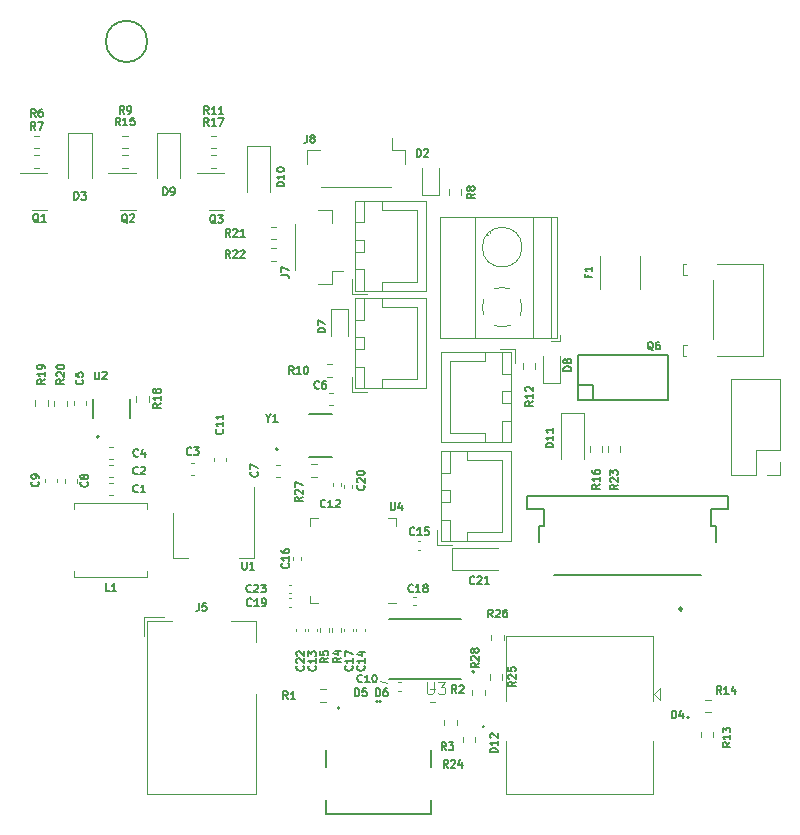
<source format=gbr>
%TF.GenerationSoftware,KiCad,Pcbnew,(5.99.0-10573-gc33b2cfa8d)*%
%TF.CreationDate,2021-05-19T14:35:48+02:00*%
%TF.ProjectId,sucker-one-mainboard,7375636b-6572-42d6-9f6e-652d6d61696e,rev?*%
%TF.SameCoordinates,Original*%
%TF.FileFunction,Legend,Top*%
%TF.FilePolarity,Positive*%
%FSLAX46Y46*%
G04 Gerber Fmt 4.6, Leading zero omitted, Abs format (unit mm)*
G04 Created by KiCad (PCBNEW (5.99.0-10573-gc33b2cfa8d)) date 2021-05-19 14:35:48*
%MOMM*%
%LPD*%
G01*
G04 APERTURE LIST*
%ADD10C,0.120000*%
%ADD11C,0.130000*%
%ADD12C,0.015000*%
%ADD13C,0.150000*%
%ADD14C,0.249999*%
%ADD15C,0.127000*%
%ADD16C,0.200000*%
G04 APERTURE END LIST*
D10*
X98196400Y-147320000D02*
X98755200Y-147523200D01*
D11*
%TO.C,Q6*%
X121299295Y-119329552D02*
X121237390Y-119298600D01*
X121175485Y-119236695D01*
X121082628Y-119143838D01*
X121020723Y-119112885D01*
X120958819Y-119112885D01*
X120989771Y-119267647D02*
X120927866Y-119236695D01*
X120865961Y-119174790D01*
X120835009Y-119050980D01*
X120835009Y-118834314D01*
X120865961Y-118710504D01*
X120927866Y-118648600D01*
X120989771Y-118617647D01*
X121113580Y-118617647D01*
X121175485Y-118648600D01*
X121237390Y-118710504D01*
X121268342Y-118834314D01*
X121268342Y-119050980D01*
X121237390Y-119174790D01*
X121175485Y-119236695D01*
X121113580Y-119267647D01*
X120989771Y-119267647D01*
X121825485Y-118617647D02*
X121701676Y-118617647D01*
X121639771Y-118648600D01*
X121608819Y-118679552D01*
X121546914Y-118772409D01*
X121515961Y-118896219D01*
X121515961Y-119143838D01*
X121546914Y-119205742D01*
X121577866Y-119236695D01*
X121639771Y-119267647D01*
X121763580Y-119267647D01*
X121825485Y-119236695D01*
X121856438Y-119205742D01*
X121887390Y-119143838D01*
X121887390Y-118989076D01*
X121856438Y-118927171D01*
X121825485Y-118896219D01*
X121763580Y-118865266D01*
X121639771Y-118865266D01*
X121577866Y-118896219D01*
X121546914Y-118927171D01*
X121515961Y-118989076D01*
%TO.C,Q2*%
X76773095Y-108534552D02*
X76711190Y-108503600D01*
X76649285Y-108441695D01*
X76556428Y-108348838D01*
X76494523Y-108317885D01*
X76432619Y-108317885D01*
X76463571Y-108472647D02*
X76401666Y-108441695D01*
X76339761Y-108379790D01*
X76308809Y-108255980D01*
X76308809Y-108039314D01*
X76339761Y-107915504D01*
X76401666Y-107853600D01*
X76463571Y-107822647D01*
X76587380Y-107822647D01*
X76649285Y-107853600D01*
X76711190Y-107915504D01*
X76742142Y-108039314D01*
X76742142Y-108255980D01*
X76711190Y-108379790D01*
X76649285Y-108441695D01*
X76587380Y-108472647D01*
X76463571Y-108472647D01*
X76989761Y-107884552D02*
X77020714Y-107853600D01*
X77082619Y-107822647D01*
X77237380Y-107822647D01*
X77299285Y-107853600D01*
X77330238Y-107884552D01*
X77361190Y-107946457D01*
X77361190Y-108008361D01*
X77330238Y-108101219D01*
X76958809Y-108472647D01*
X77361190Y-108472647D01*
%TO.C,R27*%
X91607047Y-131761257D02*
X91297523Y-131977923D01*
X91607047Y-132132685D02*
X90957047Y-132132685D01*
X90957047Y-131885066D01*
X90988000Y-131823161D01*
X91018952Y-131792209D01*
X91080857Y-131761257D01*
X91173714Y-131761257D01*
X91235619Y-131792209D01*
X91266571Y-131823161D01*
X91297523Y-131885066D01*
X91297523Y-132132685D01*
X91018952Y-131513638D02*
X90988000Y-131482685D01*
X90957047Y-131420780D01*
X90957047Y-131266019D01*
X90988000Y-131204114D01*
X91018952Y-131173161D01*
X91080857Y-131142209D01*
X91142761Y-131142209D01*
X91235619Y-131173161D01*
X91607047Y-131544590D01*
X91607047Y-131142209D01*
X90957047Y-130925542D02*
X90957047Y-130492209D01*
X91607047Y-130770780D01*
%TO.C,R23*%
X118302447Y-130719857D02*
X117992923Y-130936523D01*
X118302447Y-131091285D02*
X117652447Y-131091285D01*
X117652447Y-130843666D01*
X117683400Y-130781761D01*
X117714352Y-130750809D01*
X117776257Y-130719857D01*
X117869114Y-130719857D01*
X117931019Y-130750809D01*
X117961971Y-130781761D01*
X117992923Y-130843666D01*
X117992923Y-131091285D01*
X117714352Y-130472238D02*
X117683400Y-130441285D01*
X117652447Y-130379380D01*
X117652447Y-130224619D01*
X117683400Y-130162714D01*
X117714352Y-130131761D01*
X117776257Y-130100809D01*
X117838161Y-130100809D01*
X117931019Y-130131761D01*
X118302447Y-130503190D01*
X118302447Y-130100809D01*
X117652447Y-129884142D02*
X117652447Y-129481761D01*
X117900066Y-129698428D01*
X117900066Y-129605571D01*
X117931019Y-129543666D01*
X117961971Y-129512714D01*
X118023876Y-129481761D01*
X118178638Y-129481761D01*
X118240542Y-129512714D01*
X118271495Y-129543666D01*
X118302447Y-129605571D01*
X118302447Y-129791285D01*
X118271495Y-129853190D01*
X118240542Y-129884142D01*
%TO.C,C4*%
X77691866Y-128298942D02*
X77660914Y-128329895D01*
X77568057Y-128360847D01*
X77506152Y-128360847D01*
X77413295Y-128329895D01*
X77351390Y-128267990D01*
X77320438Y-128206085D01*
X77289485Y-128082276D01*
X77289485Y-127989419D01*
X77320438Y-127865609D01*
X77351390Y-127803704D01*
X77413295Y-127741800D01*
X77506152Y-127710847D01*
X77568057Y-127710847D01*
X77660914Y-127741800D01*
X77691866Y-127772752D01*
X78249009Y-127927514D02*
X78249009Y-128360847D01*
X78094247Y-127679895D02*
X77939485Y-128144180D01*
X78341866Y-128144180D01*
%TO.C,C6*%
X93008066Y-122533142D02*
X92977114Y-122564095D01*
X92884257Y-122595047D01*
X92822352Y-122595047D01*
X92729495Y-122564095D01*
X92667590Y-122502190D01*
X92636638Y-122440285D01*
X92605685Y-122316476D01*
X92605685Y-122223619D01*
X92636638Y-122099809D01*
X92667590Y-122037904D01*
X92729495Y-121976000D01*
X92822352Y-121945047D01*
X92884257Y-121945047D01*
X92977114Y-121976000D01*
X93008066Y-122006952D01*
X93565209Y-121945047D02*
X93441400Y-121945047D01*
X93379495Y-121976000D01*
X93348542Y-122006952D01*
X93286638Y-122099809D01*
X93255685Y-122223619D01*
X93255685Y-122471238D01*
X93286638Y-122533142D01*
X93317590Y-122564095D01*
X93379495Y-122595047D01*
X93503304Y-122595047D01*
X93565209Y-122564095D01*
X93596161Y-122533142D01*
X93627114Y-122471238D01*
X93627114Y-122316476D01*
X93596161Y-122254571D01*
X93565209Y-122223619D01*
X93503304Y-122192666D01*
X93379495Y-122192666D01*
X93317590Y-122223619D01*
X93286638Y-122254571D01*
X93255685Y-122316476D01*
%TO.C,Q3*%
X84266095Y-108610752D02*
X84204190Y-108579800D01*
X84142285Y-108517895D01*
X84049428Y-108425038D01*
X83987523Y-108394085D01*
X83925619Y-108394085D01*
X83956571Y-108548847D02*
X83894666Y-108517895D01*
X83832761Y-108455990D01*
X83801809Y-108332180D01*
X83801809Y-108115514D01*
X83832761Y-107991704D01*
X83894666Y-107929800D01*
X83956571Y-107898847D01*
X84080380Y-107898847D01*
X84142285Y-107929800D01*
X84204190Y-107991704D01*
X84235142Y-108115514D01*
X84235142Y-108332180D01*
X84204190Y-108455990D01*
X84142285Y-108517895D01*
X84080380Y-108548847D01*
X83956571Y-108548847D01*
X84451809Y-107898847D02*
X84854190Y-107898847D01*
X84637523Y-108146466D01*
X84730380Y-108146466D01*
X84792285Y-108177419D01*
X84823238Y-108208371D01*
X84854190Y-108270276D01*
X84854190Y-108425038D01*
X84823238Y-108486942D01*
X84792285Y-108517895D01*
X84730380Y-108548847D01*
X84544666Y-108548847D01*
X84482761Y-108517895D01*
X84451809Y-108486942D01*
%TO.C,D2*%
X101272638Y-102960847D02*
X101272638Y-102310847D01*
X101427400Y-102310847D01*
X101520257Y-102341800D01*
X101582161Y-102403704D01*
X101613114Y-102465609D01*
X101644066Y-102589419D01*
X101644066Y-102682276D01*
X101613114Y-102806085D01*
X101582161Y-102867990D01*
X101520257Y-102929895D01*
X101427400Y-102960847D01*
X101272638Y-102960847D01*
X101891685Y-102372752D02*
X101922638Y-102341800D01*
X101984542Y-102310847D01*
X102139304Y-102310847D01*
X102201209Y-102341800D01*
X102232161Y-102372752D01*
X102263114Y-102434657D01*
X102263114Y-102496561D01*
X102232161Y-102589419D01*
X101860733Y-102960847D01*
X102263114Y-102960847D01*
%TO.C,R14*%
X127064742Y-148452247D02*
X126848076Y-148142723D01*
X126693314Y-148452247D02*
X126693314Y-147802247D01*
X126940933Y-147802247D01*
X127002838Y-147833200D01*
X127033790Y-147864152D01*
X127064742Y-147926057D01*
X127064742Y-148018914D01*
X127033790Y-148080819D01*
X127002838Y-148111771D01*
X126940933Y-148142723D01*
X126693314Y-148142723D01*
X127683790Y-148452247D02*
X127312361Y-148452247D01*
X127498076Y-148452247D02*
X127498076Y-147802247D01*
X127436171Y-147895104D01*
X127374266Y-147957009D01*
X127312361Y-147987961D01*
X128240933Y-148018914D02*
X128240933Y-148452247D01*
X128086171Y-147771295D02*
X127931409Y-148235580D01*
X128333790Y-148235580D01*
%TO.C,R11*%
X83656142Y-99354047D02*
X83439476Y-99044523D01*
X83284714Y-99354047D02*
X83284714Y-98704047D01*
X83532333Y-98704047D01*
X83594238Y-98735000D01*
X83625190Y-98765952D01*
X83656142Y-98827857D01*
X83656142Y-98920714D01*
X83625190Y-98982619D01*
X83594238Y-99013571D01*
X83532333Y-99044523D01*
X83284714Y-99044523D01*
X84275190Y-99354047D02*
X83903761Y-99354047D01*
X84089476Y-99354047D02*
X84089476Y-98704047D01*
X84027571Y-98796904D01*
X83965666Y-98858809D01*
X83903761Y-98889761D01*
X84894238Y-99354047D02*
X84522809Y-99354047D01*
X84708523Y-99354047D02*
X84708523Y-98704047D01*
X84646619Y-98796904D01*
X84584714Y-98858809D01*
X84522809Y-98889761D01*
%TO.C,J8*%
X91985333Y-101117047D02*
X91985333Y-101581333D01*
X91954380Y-101674190D01*
X91892476Y-101736095D01*
X91799619Y-101767047D01*
X91737714Y-101767047D01*
X92387714Y-101395619D02*
X92325809Y-101364666D01*
X92294857Y-101333714D01*
X92263904Y-101271809D01*
X92263904Y-101240857D01*
X92294857Y-101178952D01*
X92325809Y-101148000D01*
X92387714Y-101117047D01*
X92511523Y-101117047D01*
X92573428Y-101148000D01*
X92604380Y-101178952D01*
X92635333Y-101240857D01*
X92635333Y-101271809D01*
X92604380Y-101333714D01*
X92573428Y-101364666D01*
X92511523Y-101395619D01*
X92387714Y-101395619D01*
X92325809Y-101426571D01*
X92294857Y-101457523D01*
X92263904Y-101519428D01*
X92263904Y-101643238D01*
X92294857Y-101705142D01*
X92325809Y-101736095D01*
X92387714Y-101767047D01*
X92511523Y-101767047D01*
X92573428Y-101736095D01*
X92604380Y-101705142D01*
X92635333Y-101643238D01*
X92635333Y-101519428D01*
X92604380Y-101457523D01*
X92573428Y-101426571D01*
X92511523Y-101395619D01*
%TO.C,D4*%
X122888038Y-150509647D02*
X122888038Y-149859647D01*
X123042800Y-149859647D01*
X123135657Y-149890600D01*
X123197561Y-149952504D01*
X123228514Y-150014409D01*
X123259466Y-150138219D01*
X123259466Y-150231076D01*
X123228514Y-150354885D01*
X123197561Y-150416790D01*
X123135657Y-150478695D01*
X123042800Y-150509647D01*
X122888038Y-150509647D01*
X123816609Y-150076314D02*
X123816609Y-150509647D01*
X123661847Y-149828695D02*
X123507085Y-150292980D01*
X123909466Y-150292980D01*
%TO.C,U2*%
X74002961Y-121157647D02*
X74002961Y-121683838D01*
X74033914Y-121745742D01*
X74064866Y-121776695D01*
X74126771Y-121807647D01*
X74250580Y-121807647D01*
X74312485Y-121776695D01*
X74343438Y-121745742D01*
X74374390Y-121683838D01*
X74374390Y-121157647D01*
X74652961Y-121219552D02*
X74683914Y-121188600D01*
X74745819Y-121157647D01*
X74900580Y-121157647D01*
X74962485Y-121188600D01*
X74993438Y-121219552D01*
X75024390Y-121281457D01*
X75024390Y-121343361D01*
X74993438Y-121436219D01*
X74622009Y-121807647D01*
X75024390Y-121807647D01*
%TO.C,R9*%
X76498066Y-99303247D02*
X76281400Y-98993723D01*
X76126638Y-99303247D02*
X76126638Y-98653247D01*
X76374257Y-98653247D01*
X76436161Y-98684200D01*
X76467114Y-98715152D01*
X76498066Y-98777057D01*
X76498066Y-98869914D01*
X76467114Y-98931819D01*
X76436161Y-98962771D01*
X76374257Y-98993723D01*
X76126638Y-98993723D01*
X76807590Y-99303247D02*
X76931400Y-99303247D01*
X76993304Y-99272295D01*
X77024257Y-99241342D01*
X77086161Y-99148485D01*
X77117114Y-99024676D01*
X77117114Y-98777057D01*
X77086161Y-98715152D01*
X77055209Y-98684200D01*
X76993304Y-98653247D01*
X76869495Y-98653247D01*
X76807590Y-98684200D01*
X76776638Y-98715152D01*
X76745685Y-98777057D01*
X76745685Y-98931819D01*
X76776638Y-98993723D01*
X76807590Y-99024676D01*
X76869495Y-99055628D01*
X76993304Y-99055628D01*
X77055209Y-99024676D01*
X77086161Y-98993723D01*
X77117114Y-98931819D01*
%TO.C,D5*%
X96040238Y-148630047D02*
X96040238Y-147980047D01*
X96195000Y-147980047D01*
X96287857Y-148011000D01*
X96349761Y-148072904D01*
X96380714Y-148134809D01*
X96411666Y-148258619D01*
X96411666Y-148351476D01*
X96380714Y-148475285D01*
X96349761Y-148537190D01*
X96287857Y-148599095D01*
X96195000Y-148630047D01*
X96040238Y-148630047D01*
X96999761Y-147980047D02*
X96690238Y-147980047D01*
X96659285Y-148289571D01*
X96690238Y-148258619D01*
X96752142Y-148227666D01*
X96906904Y-148227666D01*
X96968809Y-148258619D01*
X96999761Y-148289571D01*
X97030714Y-148351476D01*
X97030714Y-148506238D01*
X96999761Y-148568142D01*
X96968809Y-148599095D01*
X96906904Y-148630047D01*
X96752142Y-148630047D01*
X96690238Y-148599095D01*
X96659285Y-148568142D01*
%TO.C,C13*%
X92688142Y-146061457D02*
X92719095Y-146092409D01*
X92750047Y-146185266D01*
X92750047Y-146247171D01*
X92719095Y-146340028D01*
X92657190Y-146401933D01*
X92595285Y-146432885D01*
X92471476Y-146463838D01*
X92378619Y-146463838D01*
X92254809Y-146432885D01*
X92192904Y-146401933D01*
X92131000Y-146340028D01*
X92100047Y-146247171D01*
X92100047Y-146185266D01*
X92131000Y-146092409D01*
X92161952Y-146061457D01*
X92750047Y-145442409D02*
X92750047Y-145813838D01*
X92750047Y-145628123D02*
X92100047Y-145628123D01*
X92192904Y-145690028D01*
X92254809Y-145751933D01*
X92285761Y-145813838D01*
X92100047Y-145225742D02*
X92100047Y-144823361D01*
X92347666Y-145040028D01*
X92347666Y-144947171D01*
X92378619Y-144885266D01*
X92409571Y-144854314D01*
X92471476Y-144823361D01*
X92626238Y-144823361D01*
X92688142Y-144854314D01*
X92719095Y-144885266D01*
X92750047Y-144947171D01*
X92750047Y-145132885D01*
X92719095Y-145194790D01*
X92688142Y-145225742D01*
%TO.C,U1*%
X86499761Y-137286647D02*
X86499761Y-137812838D01*
X86530714Y-137874742D01*
X86561666Y-137905695D01*
X86623571Y-137936647D01*
X86747380Y-137936647D01*
X86809285Y-137905695D01*
X86840238Y-137874742D01*
X86871190Y-137812838D01*
X86871190Y-137286647D01*
X87521190Y-137936647D02*
X87149761Y-137936647D01*
X87335476Y-137936647D02*
X87335476Y-137286647D01*
X87273571Y-137379504D01*
X87211666Y-137441409D01*
X87149761Y-137472361D01*
%TO.C,R21*%
X85484942Y-109717247D02*
X85268276Y-109407723D01*
X85113514Y-109717247D02*
X85113514Y-109067247D01*
X85361133Y-109067247D01*
X85423038Y-109098200D01*
X85453990Y-109129152D01*
X85484942Y-109191057D01*
X85484942Y-109283914D01*
X85453990Y-109345819D01*
X85423038Y-109376771D01*
X85361133Y-109407723D01*
X85113514Y-109407723D01*
X85732561Y-109129152D02*
X85763514Y-109098200D01*
X85825419Y-109067247D01*
X85980180Y-109067247D01*
X86042085Y-109098200D01*
X86073038Y-109129152D01*
X86103990Y-109191057D01*
X86103990Y-109252961D01*
X86073038Y-109345819D01*
X85701609Y-109717247D01*
X86103990Y-109717247D01*
X86723038Y-109717247D02*
X86351609Y-109717247D01*
X86537323Y-109717247D02*
X86537323Y-109067247D01*
X86475419Y-109160104D01*
X86413514Y-109222009D01*
X86351609Y-109252961D01*
%TO.C,C10*%
X96660942Y-147399742D02*
X96629990Y-147430695D01*
X96537133Y-147461647D01*
X96475228Y-147461647D01*
X96382371Y-147430695D01*
X96320466Y-147368790D01*
X96289514Y-147306885D01*
X96258561Y-147183076D01*
X96258561Y-147090219D01*
X96289514Y-146966409D01*
X96320466Y-146904504D01*
X96382371Y-146842600D01*
X96475228Y-146811647D01*
X96537133Y-146811647D01*
X96629990Y-146842600D01*
X96660942Y-146873552D01*
X97279990Y-147461647D02*
X96908561Y-147461647D01*
X97094276Y-147461647D02*
X97094276Y-146811647D01*
X97032371Y-146904504D01*
X96970466Y-146966409D01*
X96908561Y-146997361D01*
X97682371Y-146811647D02*
X97744276Y-146811647D01*
X97806180Y-146842600D01*
X97837133Y-146873552D01*
X97868085Y-146935457D01*
X97899038Y-147059266D01*
X97899038Y-147214028D01*
X97868085Y-147337838D01*
X97837133Y-147399742D01*
X97806180Y-147430695D01*
X97744276Y-147461647D01*
X97682371Y-147461647D01*
X97620466Y-147430695D01*
X97589514Y-147399742D01*
X97558561Y-147337838D01*
X97527609Y-147214028D01*
X97527609Y-147059266D01*
X97558561Y-146935457D01*
X97589514Y-146873552D01*
X97620466Y-146842600D01*
X97682371Y-146811647D01*
%TO.C,D9*%
X79809638Y-106212047D02*
X79809638Y-105562047D01*
X79964400Y-105562047D01*
X80057257Y-105593000D01*
X80119161Y-105654904D01*
X80150114Y-105716809D01*
X80181066Y-105840619D01*
X80181066Y-105933476D01*
X80150114Y-106057285D01*
X80119161Y-106119190D01*
X80057257Y-106181095D01*
X79964400Y-106212047D01*
X79809638Y-106212047D01*
X80490590Y-106212047D02*
X80614400Y-106212047D01*
X80676304Y-106181095D01*
X80707257Y-106150142D01*
X80769161Y-106057285D01*
X80800114Y-105933476D01*
X80800114Y-105685857D01*
X80769161Y-105623952D01*
X80738209Y-105593000D01*
X80676304Y-105562047D01*
X80552495Y-105562047D01*
X80490590Y-105593000D01*
X80459638Y-105623952D01*
X80428685Y-105685857D01*
X80428685Y-105840619D01*
X80459638Y-105902523D01*
X80490590Y-105933476D01*
X80552495Y-105964428D01*
X80676304Y-105964428D01*
X80738209Y-105933476D01*
X80769161Y-105902523D01*
X80800114Y-105840619D01*
%TO.C,R5*%
X93766047Y-145396333D02*
X93456523Y-145613000D01*
X93766047Y-145767761D02*
X93116047Y-145767761D01*
X93116047Y-145520142D01*
X93147000Y-145458238D01*
X93177952Y-145427285D01*
X93239857Y-145396333D01*
X93332714Y-145396333D01*
X93394619Y-145427285D01*
X93425571Y-145458238D01*
X93456523Y-145520142D01*
X93456523Y-145767761D01*
X93116047Y-144808238D02*
X93116047Y-145117761D01*
X93425571Y-145148714D01*
X93394619Y-145117761D01*
X93363666Y-145055857D01*
X93363666Y-144901095D01*
X93394619Y-144839190D01*
X93425571Y-144808238D01*
X93487476Y-144777285D01*
X93642238Y-144777285D01*
X93704142Y-144808238D01*
X93735095Y-144839190D01*
X93766047Y-144901095D01*
X93766047Y-145055857D01*
X93735095Y-145117761D01*
X93704142Y-145148714D01*
%TO.C,R28*%
X106516847Y-145832857D02*
X106207323Y-146049523D01*
X106516847Y-146204285D02*
X105866847Y-146204285D01*
X105866847Y-145956666D01*
X105897800Y-145894761D01*
X105928752Y-145863809D01*
X105990657Y-145832857D01*
X106083514Y-145832857D01*
X106145419Y-145863809D01*
X106176371Y-145894761D01*
X106207323Y-145956666D01*
X106207323Y-146204285D01*
X105928752Y-145585238D02*
X105897800Y-145554285D01*
X105866847Y-145492380D01*
X105866847Y-145337619D01*
X105897800Y-145275714D01*
X105928752Y-145244761D01*
X105990657Y-145213809D01*
X106052561Y-145213809D01*
X106145419Y-145244761D01*
X106516847Y-145616190D01*
X106516847Y-145213809D01*
X106145419Y-144842380D02*
X106114466Y-144904285D01*
X106083514Y-144935238D01*
X106021609Y-144966190D01*
X105990657Y-144966190D01*
X105928752Y-144935238D01*
X105897800Y-144904285D01*
X105866847Y-144842380D01*
X105866847Y-144718571D01*
X105897800Y-144656666D01*
X105928752Y-144625714D01*
X105990657Y-144594761D01*
X106021609Y-144594761D01*
X106083514Y-144625714D01*
X106114466Y-144656666D01*
X106145419Y-144718571D01*
X106145419Y-144842380D01*
X106176371Y-144904285D01*
X106207323Y-144935238D01*
X106269228Y-144966190D01*
X106393038Y-144966190D01*
X106454942Y-144935238D01*
X106485895Y-144904285D01*
X106516847Y-144842380D01*
X106516847Y-144718571D01*
X106485895Y-144656666D01*
X106454942Y-144625714D01*
X106393038Y-144594761D01*
X106269228Y-144594761D01*
X106207323Y-144625714D01*
X106176371Y-144656666D01*
X106145419Y-144718571D01*
%TO.C,D10*%
X90057647Y-105462685D02*
X89407647Y-105462685D01*
X89407647Y-105307923D01*
X89438600Y-105215066D01*
X89500504Y-105153161D01*
X89562409Y-105122209D01*
X89686219Y-105091257D01*
X89779076Y-105091257D01*
X89902885Y-105122209D01*
X89964790Y-105153161D01*
X90026695Y-105215066D01*
X90057647Y-105307923D01*
X90057647Y-105462685D01*
X90057647Y-104472209D02*
X90057647Y-104843638D01*
X90057647Y-104657923D02*
X89407647Y-104657923D01*
X89500504Y-104719828D01*
X89562409Y-104781733D01*
X89593361Y-104843638D01*
X89407647Y-104069828D02*
X89407647Y-104007923D01*
X89438600Y-103946019D01*
X89469552Y-103915066D01*
X89531457Y-103884114D01*
X89655266Y-103853161D01*
X89810028Y-103853161D01*
X89933838Y-103884114D01*
X89995742Y-103915066D01*
X90026695Y-103946019D01*
X90057647Y-104007923D01*
X90057647Y-104069828D01*
X90026695Y-104131733D01*
X89995742Y-104162685D01*
X89933838Y-104193638D01*
X89810028Y-104224590D01*
X89655266Y-104224590D01*
X89531457Y-104193638D01*
X89469552Y-104162685D01*
X89438600Y-104131733D01*
X89407647Y-104069828D01*
%TO.C,D3*%
X72291238Y-106590047D02*
X72291238Y-105940047D01*
X72446000Y-105940047D01*
X72538857Y-105971000D01*
X72600761Y-106032904D01*
X72631714Y-106094809D01*
X72662666Y-106218619D01*
X72662666Y-106311476D01*
X72631714Y-106435285D01*
X72600761Y-106497190D01*
X72538857Y-106559095D01*
X72446000Y-106590047D01*
X72291238Y-106590047D01*
X72879333Y-105940047D02*
X73281714Y-105940047D01*
X73065047Y-106187666D01*
X73157904Y-106187666D01*
X73219809Y-106218619D01*
X73250761Y-106249571D01*
X73281714Y-106311476D01*
X73281714Y-106466238D01*
X73250761Y-106528142D01*
X73219809Y-106559095D01*
X73157904Y-106590047D01*
X72972190Y-106590047D01*
X72910285Y-106559095D01*
X72879333Y-106528142D01*
%TO.C,Y1*%
X88717476Y-125079523D02*
X88717476Y-125389047D01*
X88500809Y-124739047D02*
X88717476Y-125079523D01*
X88934142Y-124739047D01*
X89491285Y-125389047D02*
X89119857Y-125389047D01*
X89305571Y-125389047D02*
X89305571Y-124739047D01*
X89243666Y-124831904D01*
X89181761Y-124893809D01*
X89119857Y-124924761D01*
%TO.C,C17*%
X95786942Y-146061457D02*
X95817895Y-146092409D01*
X95848847Y-146185266D01*
X95848847Y-146247171D01*
X95817895Y-146340028D01*
X95755990Y-146401933D01*
X95694085Y-146432885D01*
X95570276Y-146463838D01*
X95477419Y-146463838D01*
X95353609Y-146432885D01*
X95291704Y-146401933D01*
X95229800Y-146340028D01*
X95198847Y-146247171D01*
X95198847Y-146185266D01*
X95229800Y-146092409D01*
X95260752Y-146061457D01*
X95848847Y-145442409D02*
X95848847Y-145813838D01*
X95848847Y-145628123D02*
X95198847Y-145628123D01*
X95291704Y-145690028D01*
X95353609Y-145751933D01*
X95384561Y-145813838D01*
X95198847Y-145225742D02*
X95198847Y-144792409D01*
X95848847Y-145070980D01*
%TO.C,C5*%
X72977742Y-121825133D02*
X73008695Y-121856085D01*
X73039647Y-121948942D01*
X73039647Y-122010847D01*
X73008695Y-122103704D01*
X72946790Y-122165609D01*
X72884885Y-122196561D01*
X72761076Y-122227514D01*
X72668219Y-122227514D01*
X72544409Y-122196561D01*
X72482504Y-122165609D01*
X72420600Y-122103704D01*
X72389647Y-122010847D01*
X72389647Y-121948942D01*
X72420600Y-121856085D01*
X72451552Y-121825133D01*
X72389647Y-121237038D02*
X72389647Y-121546561D01*
X72699171Y-121577514D01*
X72668219Y-121546561D01*
X72637266Y-121484657D01*
X72637266Y-121329895D01*
X72668219Y-121267990D01*
X72699171Y-121237038D01*
X72761076Y-121206085D01*
X72915838Y-121206085D01*
X72977742Y-121237038D01*
X73008695Y-121267990D01*
X73039647Y-121329895D01*
X73039647Y-121484657D01*
X73008695Y-121546561D01*
X72977742Y-121577514D01*
%TO.C,R16*%
X116778447Y-130694457D02*
X116468923Y-130911123D01*
X116778447Y-131065885D02*
X116128447Y-131065885D01*
X116128447Y-130818266D01*
X116159400Y-130756361D01*
X116190352Y-130725409D01*
X116252257Y-130694457D01*
X116345114Y-130694457D01*
X116407019Y-130725409D01*
X116437971Y-130756361D01*
X116468923Y-130818266D01*
X116468923Y-131065885D01*
X116778447Y-130075409D02*
X116778447Y-130446838D01*
X116778447Y-130261123D02*
X116128447Y-130261123D01*
X116221304Y-130323028D01*
X116283209Y-130384933D01*
X116314161Y-130446838D01*
X116128447Y-129518266D02*
X116128447Y-129642076D01*
X116159400Y-129703980D01*
X116190352Y-129734933D01*
X116283209Y-129796838D01*
X116407019Y-129827790D01*
X116654638Y-129827790D01*
X116716542Y-129796838D01*
X116747495Y-129765885D01*
X116778447Y-129703980D01*
X116778447Y-129580171D01*
X116747495Y-129518266D01*
X116716542Y-129487314D01*
X116654638Y-129456361D01*
X116499876Y-129456361D01*
X116437971Y-129487314D01*
X116407019Y-129518266D01*
X116376066Y-129580171D01*
X116376066Y-129703980D01*
X116407019Y-129765885D01*
X116437971Y-129796838D01*
X116499876Y-129827790D01*
%TO.C,C14*%
X96802942Y-146061457D02*
X96833895Y-146092409D01*
X96864847Y-146185266D01*
X96864847Y-146247171D01*
X96833895Y-146340028D01*
X96771990Y-146401933D01*
X96710085Y-146432885D01*
X96586276Y-146463838D01*
X96493419Y-146463838D01*
X96369609Y-146432885D01*
X96307704Y-146401933D01*
X96245800Y-146340028D01*
X96214847Y-146247171D01*
X96214847Y-146185266D01*
X96245800Y-146092409D01*
X96276752Y-146061457D01*
X96864847Y-145442409D02*
X96864847Y-145813838D01*
X96864847Y-145628123D02*
X96214847Y-145628123D01*
X96307704Y-145690028D01*
X96369609Y-145751933D01*
X96400561Y-145813838D01*
X96431514Y-144885266D02*
X96864847Y-144885266D01*
X96183895Y-145040028D02*
X96648180Y-145194790D01*
X96648180Y-144792409D01*
%TO.C,R17*%
X83656142Y-100319247D02*
X83439476Y-100009723D01*
X83284714Y-100319247D02*
X83284714Y-99669247D01*
X83532333Y-99669247D01*
X83594238Y-99700200D01*
X83625190Y-99731152D01*
X83656142Y-99793057D01*
X83656142Y-99885914D01*
X83625190Y-99947819D01*
X83594238Y-99978771D01*
X83532333Y-100009723D01*
X83284714Y-100009723D01*
X84275190Y-100319247D02*
X83903761Y-100319247D01*
X84089476Y-100319247D02*
X84089476Y-99669247D01*
X84027571Y-99762104D01*
X83965666Y-99824009D01*
X83903761Y-99854961D01*
X84491857Y-99669247D02*
X84925190Y-99669247D01*
X84646619Y-100319247D01*
%TO.C,R12*%
X111114247Y-123658657D02*
X110804723Y-123875323D01*
X111114247Y-124030085D02*
X110464247Y-124030085D01*
X110464247Y-123782466D01*
X110495200Y-123720561D01*
X110526152Y-123689609D01*
X110588057Y-123658657D01*
X110680914Y-123658657D01*
X110742819Y-123689609D01*
X110773771Y-123720561D01*
X110804723Y-123782466D01*
X110804723Y-124030085D01*
X111114247Y-123039609D02*
X111114247Y-123411038D01*
X111114247Y-123225323D02*
X110464247Y-123225323D01*
X110557104Y-123287228D01*
X110619009Y-123349133D01*
X110649961Y-123411038D01*
X110526152Y-122791990D02*
X110495200Y-122761038D01*
X110464247Y-122699133D01*
X110464247Y-122544371D01*
X110495200Y-122482466D01*
X110526152Y-122451514D01*
X110588057Y-122420561D01*
X110649961Y-122420561D01*
X110742819Y-122451514D01*
X111114247Y-122822942D01*
X111114247Y-122420561D01*
%TO.C,Q1*%
X69280095Y-108509152D02*
X69218190Y-108478200D01*
X69156285Y-108416295D01*
X69063428Y-108323438D01*
X69001523Y-108292485D01*
X68939619Y-108292485D01*
X68970571Y-108447247D02*
X68908666Y-108416295D01*
X68846761Y-108354390D01*
X68815809Y-108230580D01*
X68815809Y-108013914D01*
X68846761Y-107890104D01*
X68908666Y-107828200D01*
X68970571Y-107797247D01*
X69094380Y-107797247D01*
X69156285Y-107828200D01*
X69218190Y-107890104D01*
X69249142Y-108013914D01*
X69249142Y-108230580D01*
X69218190Y-108354390D01*
X69156285Y-108416295D01*
X69094380Y-108447247D01*
X68970571Y-108447247D01*
X69868190Y-108447247D02*
X69496761Y-108447247D01*
X69682476Y-108447247D02*
X69682476Y-107797247D01*
X69620571Y-107890104D01*
X69558666Y-107952009D01*
X69496761Y-107982961D01*
%TO.C,C11*%
X84839542Y-126046257D02*
X84870495Y-126077209D01*
X84901447Y-126170066D01*
X84901447Y-126231971D01*
X84870495Y-126324828D01*
X84808590Y-126386733D01*
X84746685Y-126417685D01*
X84622876Y-126448638D01*
X84530019Y-126448638D01*
X84406209Y-126417685D01*
X84344304Y-126386733D01*
X84282400Y-126324828D01*
X84251447Y-126231971D01*
X84251447Y-126170066D01*
X84282400Y-126077209D01*
X84313352Y-126046257D01*
X84901447Y-125427209D02*
X84901447Y-125798638D01*
X84901447Y-125612923D02*
X84251447Y-125612923D01*
X84344304Y-125674828D01*
X84406209Y-125736733D01*
X84437161Y-125798638D01*
X84901447Y-124808161D02*
X84901447Y-125179590D01*
X84901447Y-124993876D02*
X84251447Y-124993876D01*
X84344304Y-125055780D01*
X84406209Y-125117685D01*
X84437161Y-125179590D01*
%TO.C,C12*%
X93536742Y-132591542D02*
X93505790Y-132622495D01*
X93412933Y-132653447D01*
X93351028Y-132653447D01*
X93258171Y-132622495D01*
X93196266Y-132560590D01*
X93165314Y-132498685D01*
X93134361Y-132374876D01*
X93134361Y-132282019D01*
X93165314Y-132158209D01*
X93196266Y-132096304D01*
X93258171Y-132034400D01*
X93351028Y-132003447D01*
X93412933Y-132003447D01*
X93505790Y-132034400D01*
X93536742Y-132065352D01*
X94155790Y-132653447D02*
X93784361Y-132653447D01*
X93970076Y-132653447D02*
X93970076Y-132003447D01*
X93908171Y-132096304D01*
X93846266Y-132158209D01*
X93784361Y-132189161D01*
X94403409Y-132065352D02*
X94434361Y-132034400D01*
X94496266Y-132003447D01*
X94651028Y-132003447D01*
X94712933Y-132034400D01*
X94743885Y-132065352D01*
X94774838Y-132127257D01*
X94774838Y-132189161D01*
X94743885Y-132282019D01*
X94372457Y-132653447D01*
X94774838Y-132653447D01*
D12*
%TO.C,U3*%
X102129095Y-147467380D02*
X102129095Y-148276904D01*
X102176714Y-148372142D01*
X102224333Y-148419761D01*
X102319571Y-148467380D01*
X102510047Y-148467380D01*
X102605285Y-148419761D01*
X102652904Y-148372142D01*
X102700523Y-148276904D01*
X102700523Y-147467380D01*
X103081476Y-147467380D02*
X103700523Y-147467380D01*
X103367190Y-147848333D01*
X103510047Y-147848333D01*
X103605285Y-147895952D01*
X103652904Y-147943571D01*
X103700523Y-148038809D01*
X103700523Y-148276904D01*
X103652904Y-148372142D01*
X103605285Y-148419761D01*
X103510047Y-148467380D01*
X103224333Y-148467380D01*
X103129095Y-148419761D01*
X103081476Y-148372142D01*
D11*
%TO.C,R24*%
X103925342Y-154675247D02*
X103708676Y-154365723D01*
X103553914Y-154675247D02*
X103553914Y-154025247D01*
X103801533Y-154025247D01*
X103863438Y-154056200D01*
X103894390Y-154087152D01*
X103925342Y-154149057D01*
X103925342Y-154241914D01*
X103894390Y-154303819D01*
X103863438Y-154334771D01*
X103801533Y-154365723D01*
X103553914Y-154365723D01*
X104172961Y-154087152D02*
X104203914Y-154056200D01*
X104265819Y-154025247D01*
X104420580Y-154025247D01*
X104482485Y-154056200D01*
X104513438Y-154087152D01*
X104544390Y-154149057D01*
X104544390Y-154210961D01*
X104513438Y-154303819D01*
X104142009Y-154675247D01*
X104544390Y-154675247D01*
X105101533Y-154241914D02*
X105101533Y-154675247D01*
X104946771Y-153994295D02*
X104792009Y-154458580D01*
X105194390Y-154458580D01*
%TO.C,J7*%
X89814047Y-112992666D02*
X90278333Y-112992666D01*
X90371190Y-113023619D01*
X90433095Y-113085523D01*
X90464047Y-113178380D01*
X90464047Y-113240285D01*
X89814047Y-112745047D02*
X89814047Y-112311714D01*
X90464047Y-112590285D01*
%TO.C,R13*%
X127827447Y-152538457D02*
X127517923Y-152755123D01*
X127827447Y-152909885D02*
X127177447Y-152909885D01*
X127177447Y-152662266D01*
X127208400Y-152600361D01*
X127239352Y-152569409D01*
X127301257Y-152538457D01*
X127394114Y-152538457D01*
X127456019Y-152569409D01*
X127486971Y-152600361D01*
X127517923Y-152662266D01*
X127517923Y-152909885D01*
X127827447Y-151919409D02*
X127827447Y-152290838D01*
X127827447Y-152105123D02*
X127177447Y-152105123D01*
X127270304Y-152167028D01*
X127332209Y-152228933D01*
X127363161Y-152290838D01*
X127177447Y-151702742D02*
X127177447Y-151300361D01*
X127425066Y-151517028D01*
X127425066Y-151424171D01*
X127456019Y-151362266D01*
X127486971Y-151331314D01*
X127548876Y-151300361D01*
X127703638Y-151300361D01*
X127765542Y-151331314D01*
X127796495Y-151362266D01*
X127827447Y-151424171D01*
X127827447Y-151609885D01*
X127796495Y-151671790D01*
X127765542Y-151702742D01*
%TO.C,C23*%
X87237542Y-139779742D02*
X87206590Y-139810695D01*
X87113733Y-139841647D01*
X87051828Y-139841647D01*
X86958971Y-139810695D01*
X86897066Y-139748790D01*
X86866114Y-139686885D01*
X86835161Y-139563076D01*
X86835161Y-139470219D01*
X86866114Y-139346409D01*
X86897066Y-139284504D01*
X86958971Y-139222600D01*
X87051828Y-139191647D01*
X87113733Y-139191647D01*
X87206590Y-139222600D01*
X87237542Y-139253552D01*
X87485161Y-139253552D02*
X87516114Y-139222600D01*
X87578019Y-139191647D01*
X87732780Y-139191647D01*
X87794685Y-139222600D01*
X87825638Y-139253552D01*
X87856590Y-139315457D01*
X87856590Y-139377361D01*
X87825638Y-139470219D01*
X87454209Y-139841647D01*
X87856590Y-139841647D01*
X88073257Y-139191647D02*
X88475638Y-139191647D01*
X88258971Y-139439266D01*
X88351828Y-139439266D01*
X88413733Y-139470219D01*
X88444685Y-139501171D01*
X88475638Y-139563076D01*
X88475638Y-139717838D01*
X88444685Y-139779742D01*
X88413733Y-139810695D01*
X88351828Y-139841647D01*
X88166114Y-139841647D01*
X88104209Y-139810695D01*
X88073257Y-139779742D01*
%TO.C,R10*%
X90844342Y-121350447D02*
X90627676Y-121040923D01*
X90472914Y-121350447D02*
X90472914Y-120700447D01*
X90720533Y-120700447D01*
X90782438Y-120731400D01*
X90813390Y-120762352D01*
X90844342Y-120824257D01*
X90844342Y-120917114D01*
X90813390Y-120979019D01*
X90782438Y-121009971D01*
X90720533Y-121040923D01*
X90472914Y-121040923D01*
X91463390Y-121350447D02*
X91091961Y-121350447D01*
X91277676Y-121350447D02*
X91277676Y-120700447D01*
X91215771Y-120793304D01*
X91153866Y-120855209D01*
X91091961Y-120886161D01*
X91865771Y-120700447D02*
X91927676Y-120700447D01*
X91989580Y-120731400D01*
X92020533Y-120762352D01*
X92051485Y-120824257D01*
X92082438Y-120948066D01*
X92082438Y-121102828D01*
X92051485Y-121226638D01*
X92020533Y-121288542D01*
X91989580Y-121319495D01*
X91927676Y-121350447D01*
X91865771Y-121350447D01*
X91803866Y-121319495D01*
X91772914Y-121288542D01*
X91741961Y-121226638D01*
X91711009Y-121102828D01*
X91711009Y-120948066D01*
X91741961Y-120824257D01*
X91772914Y-120762352D01*
X91803866Y-120731400D01*
X91865771Y-120700447D01*
%TO.C,R8*%
X106186647Y-106077133D02*
X105877123Y-106293800D01*
X106186647Y-106448561D02*
X105536647Y-106448561D01*
X105536647Y-106200942D01*
X105567600Y-106139038D01*
X105598552Y-106108085D01*
X105660457Y-106077133D01*
X105753314Y-106077133D01*
X105815219Y-106108085D01*
X105846171Y-106139038D01*
X105877123Y-106200942D01*
X105877123Y-106448561D01*
X105815219Y-105705704D02*
X105784266Y-105767609D01*
X105753314Y-105798561D01*
X105691409Y-105829514D01*
X105660457Y-105829514D01*
X105598552Y-105798561D01*
X105567600Y-105767609D01*
X105536647Y-105705704D01*
X105536647Y-105581895D01*
X105567600Y-105519990D01*
X105598552Y-105489038D01*
X105660457Y-105458085D01*
X105691409Y-105458085D01*
X105753314Y-105489038D01*
X105784266Y-105519990D01*
X105815219Y-105581895D01*
X105815219Y-105705704D01*
X105846171Y-105767609D01*
X105877123Y-105798561D01*
X105939028Y-105829514D01*
X106062838Y-105829514D01*
X106124742Y-105798561D01*
X106155695Y-105767609D01*
X106186647Y-105705704D01*
X106186647Y-105581895D01*
X106155695Y-105519990D01*
X106124742Y-105489038D01*
X106062838Y-105458085D01*
X105939028Y-105458085D01*
X105877123Y-105489038D01*
X105846171Y-105519990D01*
X105815219Y-105581895D01*
%TO.C,D8*%
X114340047Y-121078961D02*
X113690047Y-121078961D01*
X113690047Y-120924200D01*
X113721000Y-120831342D01*
X113782904Y-120769438D01*
X113844809Y-120738485D01*
X113968619Y-120707533D01*
X114061476Y-120707533D01*
X114185285Y-120738485D01*
X114247190Y-120769438D01*
X114309095Y-120831342D01*
X114340047Y-120924200D01*
X114340047Y-121078961D01*
X113968619Y-120336104D02*
X113937666Y-120398009D01*
X113906714Y-120428961D01*
X113844809Y-120459914D01*
X113813857Y-120459914D01*
X113751952Y-120428961D01*
X113721000Y-120398009D01*
X113690047Y-120336104D01*
X113690047Y-120212295D01*
X113721000Y-120150390D01*
X113751952Y-120119438D01*
X113813857Y-120088485D01*
X113844809Y-120088485D01*
X113906714Y-120119438D01*
X113937666Y-120150390D01*
X113968619Y-120212295D01*
X113968619Y-120336104D01*
X113999571Y-120398009D01*
X114030523Y-120428961D01*
X114092428Y-120459914D01*
X114216238Y-120459914D01*
X114278142Y-120428961D01*
X114309095Y-120398009D01*
X114340047Y-120336104D01*
X114340047Y-120212295D01*
X114309095Y-120150390D01*
X114278142Y-120119438D01*
X114216238Y-120088485D01*
X114092428Y-120088485D01*
X114030523Y-120119438D01*
X113999571Y-120150390D01*
X113968619Y-120212295D01*
%TO.C,C19*%
X87288342Y-140948142D02*
X87257390Y-140979095D01*
X87164533Y-141010047D01*
X87102628Y-141010047D01*
X87009771Y-140979095D01*
X86947866Y-140917190D01*
X86916914Y-140855285D01*
X86885961Y-140731476D01*
X86885961Y-140638619D01*
X86916914Y-140514809D01*
X86947866Y-140452904D01*
X87009771Y-140391000D01*
X87102628Y-140360047D01*
X87164533Y-140360047D01*
X87257390Y-140391000D01*
X87288342Y-140421952D01*
X87907390Y-141010047D02*
X87535961Y-141010047D01*
X87721676Y-141010047D02*
X87721676Y-140360047D01*
X87659771Y-140452904D01*
X87597866Y-140514809D01*
X87535961Y-140545761D01*
X88216914Y-141010047D02*
X88340723Y-141010047D01*
X88402628Y-140979095D01*
X88433580Y-140948142D01*
X88495485Y-140855285D01*
X88526438Y-140731476D01*
X88526438Y-140483857D01*
X88495485Y-140421952D01*
X88464533Y-140391000D01*
X88402628Y-140360047D01*
X88278819Y-140360047D01*
X88216914Y-140391000D01*
X88185961Y-140421952D01*
X88155009Y-140483857D01*
X88155009Y-140638619D01*
X88185961Y-140700523D01*
X88216914Y-140731476D01*
X88278819Y-140762428D01*
X88402628Y-140762428D01*
X88464533Y-140731476D01*
X88495485Y-140700523D01*
X88526438Y-140638619D01*
%TO.C,R22*%
X85484942Y-111520647D02*
X85268276Y-111211123D01*
X85113514Y-111520647D02*
X85113514Y-110870647D01*
X85361133Y-110870647D01*
X85423038Y-110901600D01*
X85453990Y-110932552D01*
X85484942Y-110994457D01*
X85484942Y-111087314D01*
X85453990Y-111149219D01*
X85423038Y-111180171D01*
X85361133Y-111211123D01*
X85113514Y-111211123D01*
X85732561Y-110932552D02*
X85763514Y-110901600D01*
X85825419Y-110870647D01*
X85980180Y-110870647D01*
X86042085Y-110901600D01*
X86073038Y-110932552D01*
X86103990Y-110994457D01*
X86103990Y-111056361D01*
X86073038Y-111149219D01*
X85701609Y-111520647D01*
X86103990Y-111520647D01*
X86351609Y-110932552D02*
X86382561Y-110901600D01*
X86444466Y-110870647D01*
X86599228Y-110870647D01*
X86661133Y-110901600D01*
X86692085Y-110932552D01*
X86723038Y-110994457D01*
X86723038Y-111056361D01*
X86692085Y-111149219D01*
X86320657Y-111520647D01*
X86723038Y-111520647D01*
%TO.C,J5*%
X82850933Y-140741047D02*
X82850933Y-141205333D01*
X82819980Y-141298190D01*
X82758076Y-141360095D01*
X82665219Y-141391047D01*
X82603314Y-141391047D01*
X83469980Y-140741047D02*
X83160457Y-140741047D01*
X83129504Y-141050571D01*
X83160457Y-141019619D01*
X83222361Y-140988666D01*
X83377123Y-140988666D01*
X83439028Y-141019619D01*
X83469980Y-141050571D01*
X83500933Y-141112476D01*
X83500933Y-141267238D01*
X83469980Y-141329142D01*
X83439028Y-141360095D01*
X83377123Y-141391047D01*
X83222361Y-141391047D01*
X83160457Y-141360095D01*
X83129504Y-141329142D01*
%TO.C,R26*%
X107709942Y-141949847D02*
X107493276Y-141640323D01*
X107338514Y-141949847D02*
X107338514Y-141299847D01*
X107586133Y-141299847D01*
X107648038Y-141330800D01*
X107678990Y-141361752D01*
X107709942Y-141423657D01*
X107709942Y-141516514D01*
X107678990Y-141578419D01*
X107648038Y-141609371D01*
X107586133Y-141640323D01*
X107338514Y-141640323D01*
X107957561Y-141361752D02*
X107988514Y-141330800D01*
X108050419Y-141299847D01*
X108205180Y-141299847D01*
X108267085Y-141330800D01*
X108298038Y-141361752D01*
X108328990Y-141423657D01*
X108328990Y-141485561D01*
X108298038Y-141578419D01*
X107926609Y-141949847D01*
X108328990Y-141949847D01*
X108886133Y-141299847D02*
X108762323Y-141299847D01*
X108700419Y-141330800D01*
X108669466Y-141361752D01*
X108607561Y-141454609D01*
X108576609Y-141578419D01*
X108576609Y-141826038D01*
X108607561Y-141887942D01*
X108638514Y-141918895D01*
X108700419Y-141949847D01*
X108824228Y-141949847D01*
X108886133Y-141918895D01*
X108917085Y-141887942D01*
X108948038Y-141826038D01*
X108948038Y-141671276D01*
X108917085Y-141609371D01*
X108886133Y-141578419D01*
X108824228Y-141547466D01*
X108700419Y-141547466D01*
X108638514Y-141578419D01*
X108607561Y-141609371D01*
X108576609Y-141671276D01*
%TO.C,R19*%
X69813847Y-121804457D02*
X69504323Y-122021123D01*
X69813847Y-122175885D02*
X69163847Y-122175885D01*
X69163847Y-121928266D01*
X69194800Y-121866361D01*
X69225752Y-121835409D01*
X69287657Y-121804457D01*
X69380514Y-121804457D01*
X69442419Y-121835409D01*
X69473371Y-121866361D01*
X69504323Y-121928266D01*
X69504323Y-122175885D01*
X69813847Y-121185409D02*
X69813847Y-121556838D01*
X69813847Y-121371123D02*
X69163847Y-121371123D01*
X69256704Y-121433028D01*
X69318609Y-121494933D01*
X69349561Y-121556838D01*
X69813847Y-120875885D02*
X69813847Y-120752076D01*
X69782895Y-120690171D01*
X69751942Y-120659219D01*
X69659085Y-120597314D01*
X69535276Y-120566361D01*
X69287657Y-120566361D01*
X69225752Y-120597314D01*
X69194800Y-120628266D01*
X69163847Y-120690171D01*
X69163847Y-120813980D01*
X69194800Y-120875885D01*
X69225752Y-120906838D01*
X69287657Y-120937790D01*
X69442419Y-120937790D01*
X69504323Y-120906838D01*
X69535276Y-120875885D01*
X69566228Y-120813980D01*
X69566228Y-120690171D01*
X69535276Y-120628266D01*
X69504323Y-120597314D01*
X69442419Y-120566361D01*
%TO.C,D6*%
X97818238Y-148630047D02*
X97818238Y-147980047D01*
X97973000Y-147980047D01*
X98065857Y-148011000D01*
X98127761Y-148072904D01*
X98158714Y-148134809D01*
X98189666Y-148258619D01*
X98189666Y-148351476D01*
X98158714Y-148475285D01*
X98127761Y-148537190D01*
X98065857Y-148599095D01*
X97973000Y-148630047D01*
X97818238Y-148630047D01*
X98746809Y-147980047D02*
X98623000Y-147980047D01*
X98561095Y-148011000D01*
X98530142Y-148041952D01*
X98468238Y-148134809D01*
X98437285Y-148258619D01*
X98437285Y-148506238D01*
X98468238Y-148568142D01*
X98499190Y-148599095D01*
X98561095Y-148630047D01*
X98684904Y-148630047D01*
X98746809Y-148599095D01*
X98777761Y-148568142D01*
X98808714Y-148506238D01*
X98808714Y-148351476D01*
X98777761Y-148289571D01*
X98746809Y-148258619D01*
X98684904Y-148227666D01*
X98561095Y-148227666D01*
X98499190Y-148258619D01*
X98468238Y-148289571D01*
X98437285Y-148351476D01*
%TO.C,R3*%
X103752266Y-153202047D02*
X103535600Y-152892523D01*
X103380838Y-153202047D02*
X103380838Y-152552047D01*
X103628457Y-152552047D01*
X103690361Y-152583000D01*
X103721314Y-152613952D01*
X103752266Y-152675857D01*
X103752266Y-152768714D01*
X103721314Y-152830619D01*
X103690361Y-152861571D01*
X103628457Y-152892523D01*
X103380838Y-152892523D01*
X103968933Y-152552047D02*
X104371314Y-152552047D01*
X104154647Y-152799666D01*
X104247504Y-152799666D01*
X104309409Y-152830619D01*
X104340361Y-152861571D01*
X104371314Y-152923476D01*
X104371314Y-153078238D01*
X104340361Y-153140142D01*
X104309409Y-153171095D01*
X104247504Y-153202047D01*
X104061790Y-153202047D01*
X103999885Y-153171095D01*
X103968933Y-153140142D01*
%TO.C,C20*%
X96802942Y-130770657D02*
X96833895Y-130801609D01*
X96864847Y-130894466D01*
X96864847Y-130956371D01*
X96833895Y-131049228D01*
X96771990Y-131111133D01*
X96710085Y-131142085D01*
X96586276Y-131173038D01*
X96493419Y-131173038D01*
X96369609Y-131142085D01*
X96307704Y-131111133D01*
X96245800Y-131049228D01*
X96214847Y-130956371D01*
X96214847Y-130894466D01*
X96245800Y-130801609D01*
X96276752Y-130770657D01*
X96276752Y-130523038D02*
X96245800Y-130492085D01*
X96214847Y-130430180D01*
X96214847Y-130275419D01*
X96245800Y-130213514D01*
X96276752Y-130182561D01*
X96338657Y-130151609D01*
X96400561Y-130151609D01*
X96493419Y-130182561D01*
X96864847Y-130553990D01*
X96864847Y-130151609D01*
X96214847Y-129749228D02*
X96214847Y-129687323D01*
X96245800Y-129625419D01*
X96276752Y-129594466D01*
X96338657Y-129563514D01*
X96462466Y-129532561D01*
X96617228Y-129532561D01*
X96741038Y-129563514D01*
X96802942Y-129594466D01*
X96833895Y-129625419D01*
X96864847Y-129687323D01*
X96864847Y-129749228D01*
X96833895Y-129811133D01*
X96802942Y-129842085D01*
X96741038Y-129873038D01*
X96617228Y-129903990D01*
X96462466Y-129903990D01*
X96338657Y-129873038D01*
X96276752Y-129842085D01*
X96245800Y-129811133D01*
X96214847Y-129749228D01*
%TO.C,C3*%
X82187666Y-128146542D02*
X82156714Y-128177495D01*
X82063857Y-128208447D01*
X82001952Y-128208447D01*
X81909095Y-128177495D01*
X81847190Y-128115590D01*
X81816238Y-128053685D01*
X81785285Y-127929876D01*
X81785285Y-127837019D01*
X81816238Y-127713209D01*
X81847190Y-127651304D01*
X81909095Y-127589400D01*
X82001952Y-127558447D01*
X82063857Y-127558447D01*
X82156714Y-127589400D01*
X82187666Y-127620352D01*
X82404333Y-127558447D02*
X82806714Y-127558447D01*
X82590047Y-127806066D01*
X82682904Y-127806066D01*
X82744809Y-127837019D01*
X82775761Y-127867971D01*
X82806714Y-127929876D01*
X82806714Y-128084638D01*
X82775761Y-128146542D01*
X82744809Y-128177495D01*
X82682904Y-128208447D01*
X82497190Y-128208447D01*
X82435285Y-128177495D01*
X82404333Y-128146542D01*
%TO.C,C9*%
X69218542Y-130461133D02*
X69249495Y-130492085D01*
X69280447Y-130584942D01*
X69280447Y-130646847D01*
X69249495Y-130739704D01*
X69187590Y-130801609D01*
X69125685Y-130832561D01*
X69001876Y-130863514D01*
X68909019Y-130863514D01*
X68785209Y-130832561D01*
X68723304Y-130801609D01*
X68661400Y-130739704D01*
X68630447Y-130646847D01*
X68630447Y-130584942D01*
X68661400Y-130492085D01*
X68692352Y-130461133D01*
X69280447Y-130151609D02*
X69280447Y-130027800D01*
X69249495Y-129965895D01*
X69218542Y-129934942D01*
X69125685Y-129873038D01*
X69001876Y-129842085D01*
X68754257Y-129842085D01*
X68692352Y-129873038D01*
X68661400Y-129903990D01*
X68630447Y-129965895D01*
X68630447Y-130089704D01*
X68661400Y-130151609D01*
X68692352Y-130182561D01*
X68754257Y-130213514D01*
X68909019Y-130213514D01*
X68970923Y-130182561D01*
X69001876Y-130151609D01*
X69032828Y-130089704D01*
X69032828Y-129965895D01*
X69001876Y-129903990D01*
X68970923Y-129873038D01*
X68909019Y-129842085D01*
%TO.C,C2*%
X77666466Y-129797542D02*
X77635514Y-129828495D01*
X77542657Y-129859447D01*
X77480752Y-129859447D01*
X77387895Y-129828495D01*
X77325990Y-129766590D01*
X77295038Y-129704685D01*
X77264085Y-129580876D01*
X77264085Y-129488019D01*
X77295038Y-129364209D01*
X77325990Y-129302304D01*
X77387895Y-129240400D01*
X77480752Y-129209447D01*
X77542657Y-129209447D01*
X77635514Y-129240400D01*
X77666466Y-129271352D01*
X77914085Y-129271352D02*
X77945038Y-129240400D01*
X78006942Y-129209447D01*
X78161704Y-129209447D01*
X78223609Y-129240400D01*
X78254561Y-129271352D01*
X78285514Y-129333257D01*
X78285514Y-129395161D01*
X78254561Y-129488019D01*
X77883133Y-129859447D01*
X78285514Y-129859447D01*
%TO.C,C21*%
X106160542Y-139068542D02*
X106129590Y-139099495D01*
X106036733Y-139130447D01*
X105974828Y-139130447D01*
X105881971Y-139099495D01*
X105820066Y-139037590D01*
X105789114Y-138975685D01*
X105758161Y-138851876D01*
X105758161Y-138759019D01*
X105789114Y-138635209D01*
X105820066Y-138573304D01*
X105881971Y-138511400D01*
X105974828Y-138480447D01*
X106036733Y-138480447D01*
X106129590Y-138511400D01*
X106160542Y-138542352D01*
X106408161Y-138542352D02*
X106439114Y-138511400D01*
X106501019Y-138480447D01*
X106655780Y-138480447D01*
X106717685Y-138511400D01*
X106748638Y-138542352D01*
X106779590Y-138604257D01*
X106779590Y-138666161D01*
X106748638Y-138759019D01*
X106377209Y-139130447D01*
X106779590Y-139130447D01*
X107398638Y-139130447D02*
X107027209Y-139130447D01*
X107212923Y-139130447D02*
X107212923Y-138480447D01*
X107151019Y-138573304D01*
X107089114Y-138635209D01*
X107027209Y-138666161D01*
%TO.C,R7*%
X68979666Y-100674847D02*
X68763000Y-100365323D01*
X68608238Y-100674847D02*
X68608238Y-100024847D01*
X68855857Y-100024847D01*
X68917761Y-100055800D01*
X68948714Y-100086752D01*
X68979666Y-100148657D01*
X68979666Y-100241514D01*
X68948714Y-100303419D01*
X68917761Y-100334371D01*
X68855857Y-100365323D01*
X68608238Y-100365323D01*
X69196333Y-100024847D02*
X69629666Y-100024847D01*
X69351095Y-100674847D01*
%TO.C,F1*%
X115794571Y-112967266D02*
X115794571Y-113183933D01*
X116135047Y-113183933D02*
X115485047Y-113183933D01*
X115485047Y-112874409D01*
X116135047Y-112286314D02*
X116135047Y-112657742D01*
X116135047Y-112472028D02*
X115485047Y-112472028D01*
X115577904Y-112533933D01*
X115639809Y-112595838D01*
X115670761Y-112657742D01*
%TO.C,C7*%
X87785942Y-129648333D02*
X87816895Y-129679285D01*
X87847847Y-129772142D01*
X87847847Y-129834047D01*
X87816895Y-129926904D01*
X87754990Y-129988809D01*
X87693085Y-130019761D01*
X87569276Y-130050714D01*
X87476419Y-130050714D01*
X87352609Y-130019761D01*
X87290704Y-129988809D01*
X87228800Y-129926904D01*
X87197847Y-129834047D01*
X87197847Y-129772142D01*
X87228800Y-129679285D01*
X87259752Y-129648333D01*
X87197847Y-129431666D02*
X87197847Y-128998333D01*
X87847847Y-129276904D01*
%TO.C,R1*%
X90366466Y-148884047D02*
X90149800Y-148574523D01*
X89995038Y-148884047D02*
X89995038Y-148234047D01*
X90242657Y-148234047D01*
X90304561Y-148265000D01*
X90335514Y-148295952D01*
X90366466Y-148357857D01*
X90366466Y-148450714D01*
X90335514Y-148512619D01*
X90304561Y-148543571D01*
X90242657Y-148574523D01*
X89995038Y-148574523D01*
X90985514Y-148884047D02*
X90614085Y-148884047D01*
X90799800Y-148884047D02*
X90799800Y-148234047D01*
X90737895Y-148326904D01*
X90675990Y-148388809D01*
X90614085Y-148419761D01*
%TO.C,R2*%
X104641266Y-148376047D02*
X104424600Y-148066523D01*
X104269838Y-148376047D02*
X104269838Y-147726047D01*
X104517457Y-147726047D01*
X104579361Y-147757000D01*
X104610314Y-147787952D01*
X104641266Y-147849857D01*
X104641266Y-147942714D01*
X104610314Y-148004619D01*
X104579361Y-148035571D01*
X104517457Y-148066523D01*
X104269838Y-148066523D01*
X104888885Y-147787952D02*
X104919838Y-147757000D01*
X104981742Y-147726047D01*
X105136504Y-147726047D01*
X105198409Y-147757000D01*
X105229361Y-147787952D01*
X105260314Y-147849857D01*
X105260314Y-147911761D01*
X105229361Y-148004619D01*
X104857933Y-148376047D01*
X105260314Y-148376047D01*
%TO.C,L1*%
X75278866Y-139740047D02*
X74969342Y-139740047D01*
X74969342Y-139090047D01*
X75836009Y-139740047D02*
X75464580Y-139740047D01*
X75650295Y-139740047D02*
X75650295Y-139090047D01*
X75588390Y-139182904D01*
X75526485Y-139244809D01*
X75464580Y-139275761D01*
%TO.C,R18*%
X79592847Y-123836457D02*
X79283323Y-124053123D01*
X79592847Y-124207885D02*
X78942847Y-124207885D01*
X78942847Y-123960266D01*
X78973800Y-123898361D01*
X79004752Y-123867409D01*
X79066657Y-123836457D01*
X79159514Y-123836457D01*
X79221419Y-123867409D01*
X79252371Y-123898361D01*
X79283323Y-123960266D01*
X79283323Y-124207885D01*
X79592847Y-123217409D02*
X79592847Y-123588838D01*
X79592847Y-123403123D02*
X78942847Y-123403123D01*
X79035704Y-123465028D01*
X79097609Y-123526933D01*
X79128561Y-123588838D01*
X79221419Y-122845980D02*
X79190466Y-122907885D01*
X79159514Y-122938838D01*
X79097609Y-122969790D01*
X79066657Y-122969790D01*
X79004752Y-122938838D01*
X78973800Y-122907885D01*
X78942847Y-122845980D01*
X78942847Y-122722171D01*
X78973800Y-122660266D01*
X79004752Y-122629314D01*
X79066657Y-122598361D01*
X79097609Y-122598361D01*
X79159514Y-122629314D01*
X79190466Y-122660266D01*
X79221419Y-122722171D01*
X79221419Y-122845980D01*
X79252371Y-122907885D01*
X79283323Y-122938838D01*
X79345228Y-122969790D01*
X79469038Y-122969790D01*
X79530942Y-122938838D01*
X79561895Y-122907885D01*
X79592847Y-122845980D01*
X79592847Y-122722171D01*
X79561895Y-122660266D01*
X79530942Y-122629314D01*
X79469038Y-122598361D01*
X79345228Y-122598361D01*
X79283323Y-122629314D01*
X79252371Y-122660266D01*
X79221419Y-122722171D01*
%TO.C,D12*%
X108117047Y-153392485D02*
X107467047Y-153392485D01*
X107467047Y-153237723D01*
X107498000Y-153144866D01*
X107559904Y-153082961D01*
X107621809Y-153052009D01*
X107745619Y-153021057D01*
X107838476Y-153021057D01*
X107962285Y-153052009D01*
X108024190Y-153082961D01*
X108086095Y-153144866D01*
X108117047Y-153237723D01*
X108117047Y-153392485D01*
X108117047Y-152402009D02*
X108117047Y-152773438D01*
X108117047Y-152587723D02*
X107467047Y-152587723D01*
X107559904Y-152649628D01*
X107621809Y-152711533D01*
X107652761Y-152773438D01*
X107528952Y-152154390D02*
X107498000Y-152123438D01*
X107467047Y-152061533D01*
X107467047Y-151906771D01*
X107498000Y-151844866D01*
X107528952Y-151813914D01*
X107590857Y-151782961D01*
X107652761Y-151782961D01*
X107745619Y-151813914D01*
X108117047Y-152185342D01*
X108117047Y-151782961D01*
%TO.C,C16*%
X90402142Y-137397457D02*
X90433095Y-137428409D01*
X90464047Y-137521266D01*
X90464047Y-137583171D01*
X90433095Y-137676028D01*
X90371190Y-137737933D01*
X90309285Y-137768885D01*
X90185476Y-137799838D01*
X90092619Y-137799838D01*
X89968809Y-137768885D01*
X89906904Y-137737933D01*
X89845000Y-137676028D01*
X89814047Y-137583171D01*
X89814047Y-137521266D01*
X89845000Y-137428409D01*
X89875952Y-137397457D01*
X90464047Y-136778409D02*
X90464047Y-137149838D01*
X90464047Y-136964123D02*
X89814047Y-136964123D01*
X89906904Y-137026028D01*
X89968809Y-137087933D01*
X89999761Y-137149838D01*
X89814047Y-136221266D02*
X89814047Y-136345076D01*
X89845000Y-136406980D01*
X89875952Y-136437933D01*
X89968809Y-136499838D01*
X90092619Y-136530790D01*
X90340238Y-136530790D01*
X90402142Y-136499838D01*
X90433095Y-136468885D01*
X90464047Y-136406980D01*
X90464047Y-136283171D01*
X90433095Y-136221266D01*
X90402142Y-136190314D01*
X90340238Y-136159361D01*
X90185476Y-136159361D01*
X90123571Y-136190314D01*
X90092619Y-136221266D01*
X90061666Y-136283171D01*
X90061666Y-136406980D01*
X90092619Y-136468885D01*
X90123571Y-136499838D01*
X90185476Y-136530790D01*
%TO.C,R6*%
X69005066Y-99582647D02*
X68788400Y-99273123D01*
X68633638Y-99582647D02*
X68633638Y-98932647D01*
X68881257Y-98932647D01*
X68943161Y-98963600D01*
X68974114Y-98994552D01*
X69005066Y-99056457D01*
X69005066Y-99149314D01*
X68974114Y-99211219D01*
X68943161Y-99242171D01*
X68881257Y-99273123D01*
X68633638Y-99273123D01*
X69562209Y-98932647D02*
X69438400Y-98932647D01*
X69376495Y-98963600D01*
X69345542Y-98994552D01*
X69283638Y-99087409D01*
X69252685Y-99211219D01*
X69252685Y-99458838D01*
X69283638Y-99520742D01*
X69314590Y-99551695D01*
X69376495Y-99582647D01*
X69500304Y-99582647D01*
X69562209Y-99551695D01*
X69593161Y-99520742D01*
X69624114Y-99458838D01*
X69624114Y-99304076D01*
X69593161Y-99242171D01*
X69562209Y-99211219D01*
X69500304Y-99180266D01*
X69376495Y-99180266D01*
X69314590Y-99211219D01*
X69283638Y-99242171D01*
X69252685Y-99304076D01*
%TO.C,C8*%
X73384142Y-130486533D02*
X73415095Y-130517485D01*
X73446047Y-130610342D01*
X73446047Y-130672247D01*
X73415095Y-130765104D01*
X73353190Y-130827009D01*
X73291285Y-130857961D01*
X73167476Y-130888914D01*
X73074619Y-130888914D01*
X72950809Y-130857961D01*
X72888904Y-130827009D01*
X72827000Y-130765104D01*
X72796047Y-130672247D01*
X72796047Y-130610342D01*
X72827000Y-130517485D01*
X72857952Y-130486533D01*
X73074619Y-130115104D02*
X73043666Y-130177009D01*
X73012714Y-130207961D01*
X72950809Y-130238914D01*
X72919857Y-130238914D01*
X72857952Y-130207961D01*
X72827000Y-130177009D01*
X72796047Y-130115104D01*
X72796047Y-129991295D01*
X72827000Y-129929390D01*
X72857952Y-129898438D01*
X72919857Y-129867485D01*
X72950809Y-129867485D01*
X73012714Y-129898438D01*
X73043666Y-129929390D01*
X73074619Y-129991295D01*
X73074619Y-130115104D01*
X73105571Y-130177009D01*
X73136523Y-130207961D01*
X73198428Y-130238914D01*
X73322238Y-130238914D01*
X73384142Y-130207961D01*
X73415095Y-130177009D01*
X73446047Y-130115104D01*
X73446047Y-129991295D01*
X73415095Y-129929390D01*
X73384142Y-129898438D01*
X73322238Y-129867485D01*
X73198428Y-129867485D01*
X73136523Y-129898438D01*
X73105571Y-129929390D01*
X73074619Y-129991295D01*
%TO.C,C15*%
X101080542Y-134928342D02*
X101049590Y-134959295D01*
X100956733Y-134990247D01*
X100894828Y-134990247D01*
X100801971Y-134959295D01*
X100740066Y-134897390D01*
X100709114Y-134835485D01*
X100678161Y-134711676D01*
X100678161Y-134618819D01*
X100709114Y-134495009D01*
X100740066Y-134433104D01*
X100801971Y-134371200D01*
X100894828Y-134340247D01*
X100956733Y-134340247D01*
X101049590Y-134371200D01*
X101080542Y-134402152D01*
X101699590Y-134990247D02*
X101328161Y-134990247D01*
X101513876Y-134990247D02*
X101513876Y-134340247D01*
X101451971Y-134433104D01*
X101390066Y-134495009D01*
X101328161Y-134525961D01*
X102287685Y-134340247D02*
X101978161Y-134340247D01*
X101947209Y-134649771D01*
X101978161Y-134618819D01*
X102040066Y-134587866D01*
X102194828Y-134587866D01*
X102256733Y-134618819D01*
X102287685Y-134649771D01*
X102318638Y-134711676D01*
X102318638Y-134866438D01*
X102287685Y-134928342D01*
X102256733Y-134959295D01*
X102194828Y-134990247D01*
X102040066Y-134990247D01*
X101978161Y-134959295D01*
X101947209Y-134928342D01*
%TO.C,D7*%
X93537447Y-117827761D02*
X92887447Y-117827761D01*
X92887447Y-117673000D01*
X92918400Y-117580142D01*
X92980304Y-117518238D01*
X93042209Y-117487285D01*
X93166019Y-117456333D01*
X93258876Y-117456333D01*
X93382685Y-117487285D01*
X93444590Y-117518238D01*
X93506495Y-117580142D01*
X93537447Y-117673000D01*
X93537447Y-117827761D01*
X92887447Y-117239666D02*
X92887447Y-116806333D01*
X93537447Y-117084904D01*
%TO.C,C1*%
X77666466Y-131321542D02*
X77635514Y-131352495D01*
X77542657Y-131383447D01*
X77480752Y-131383447D01*
X77387895Y-131352495D01*
X77325990Y-131290590D01*
X77295038Y-131228685D01*
X77264085Y-131104876D01*
X77264085Y-131012019D01*
X77295038Y-130888209D01*
X77325990Y-130826304D01*
X77387895Y-130764400D01*
X77480752Y-130733447D01*
X77542657Y-130733447D01*
X77635514Y-130764400D01*
X77666466Y-130795352D01*
X78285514Y-131383447D02*
X77914085Y-131383447D01*
X78099800Y-131383447D02*
X78099800Y-130733447D01*
X78037895Y-130826304D01*
X77975990Y-130888209D01*
X77914085Y-130919161D01*
%TO.C,D11*%
X112841447Y-127560685D02*
X112191447Y-127560685D01*
X112191447Y-127405923D01*
X112222400Y-127313066D01*
X112284304Y-127251161D01*
X112346209Y-127220209D01*
X112470019Y-127189257D01*
X112562876Y-127189257D01*
X112686685Y-127220209D01*
X112748590Y-127251161D01*
X112810495Y-127313066D01*
X112841447Y-127405923D01*
X112841447Y-127560685D01*
X112841447Y-126570209D02*
X112841447Y-126941638D01*
X112841447Y-126755923D02*
X112191447Y-126755923D01*
X112284304Y-126817828D01*
X112346209Y-126879733D01*
X112377161Y-126941638D01*
X112841447Y-125951161D02*
X112841447Y-126322590D01*
X112841447Y-126136876D02*
X112191447Y-126136876D01*
X112284304Y-126198780D01*
X112346209Y-126260685D01*
X112377161Y-126322590D01*
%TO.C,R4*%
X94832847Y-145396333D02*
X94523323Y-145613000D01*
X94832847Y-145767761D02*
X94182847Y-145767761D01*
X94182847Y-145520142D01*
X94213800Y-145458238D01*
X94244752Y-145427285D01*
X94306657Y-145396333D01*
X94399514Y-145396333D01*
X94461419Y-145427285D01*
X94492371Y-145458238D01*
X94523323Y-145520142D01*
X94523323Y-145767761D01*
X94399514Y-144839190D02*
X94832847Y-144839190D01*
X94151895Y-144993952D02*
X94616180Y-145148714D01*
X94616180Y-144746333D01*
%TO.C,R25*%
X109666447Y-147407657D02*
X109356923Y-147624323D01*
X109666447Y-147779085D02*
X109016447Y-147779085D01*
X109016447Y-147531466D01*
X109047400Y-147469561D01*
X109078352Y-147438609D01*
X109140257Y-147407657D01*
X109233114Y-147407657D01*
X109295019Y-147438609D01*
X109325971Y-147469561D01*
X109356923Y-147531466D01*
X109356923Y-147779085D01*
X109078352Y-147160038D02*
X109047400Y-147129085D01*
X109016447Y-147067180D01*
X109016447Y-146912419D01*
X109047400Y-146850514D01*
X109078352Y-146819561D01*
X109140257Y-146788609D01*
X109202161Y-146788609D01*
X109295019Y-146819561D01*
X109666447Y-147190990D01*
X109666447Y-146788609D01*
X109016447Y-146200514D02*
X109016447Y-146510038D01*
X109325971Y-146540990D01*
X109295019Y-146510038D01*
X109264066Y-146448133D01*
X109264066Y-146293371D01*
X109295019Y-146231466D01*
X109325971Y-146200514D01*
X109387876Y-146169561D01*
X109542638Y-146169561D01*
X109604542Y-146200514D01*
X109635495Y-146231466D01*
X109666447Y-146293371D01*
X109666447Y-146448133D01*
X109635495Y-146510038D01*
X109604542Y-146540990D01*
%TO.C,C18*%
X100953542Y-139754342D02*
X100922590Y-139785295D01*
X100829733Y-139816247D01*
X100767828Y-139816247D01*
X100674971Y-139785295D01*
X100613066Y-139723390D01*
X100582114Y-139661485D01*
X100551161Y-139537676D01*
X100551161Y-139444819D01*
X100582114Y-139321009D01*
X100613066Y-139259104D01*
X100674971Y-139197200D01*
X100767828Y-139166247D01*
X100829733Y-139166247D01*
X100922590Y-139197200D01*
X100953542Y-139228152D01*
X101572590Y-139816247D02*
X101201161Y-139816247D01*
X101386876Y-139816247D02*
X101386876Y-139166247D01*
X101324971Y-139259104D01*
X101263066Y-139321009D01*
X101201161Y-139351961D01*
X101944019Y-139444819D02*
X101882114Y-139413866D01*
X101851161Y-139382914D01*
X101820209Y-139321009D01*
X101820209Y-139290057D01*
X101851161Y-139228152D01*
X101882114Y-139197200D01*
X101944019Y-139166247D01*
X102067828Y-139166247D01*
X102129733Y-139197200D01*
X102160685Y-139228152D01*
X102191638Y-139290057D01*
X102191638Y-139321009D01*
X102160685Y-139382914D01*
X102129733Y-139413866D01*
X102067828Y-139444819D01*
X101944019Y-139444819D01*
X101882114Y-139475771D01*
X101851161Y-139506723D01*
X101820209Y-139568628D01*
X101820209Y-139692438D01*
X101851161Y-139754342D01*
X101882114Y-139785295D01*
X101944019Y-139816247D01*
X102067828Y-139816247D01*
X102129733Y-139785295D01*
X102160685Y-139754342D01*
X102191638Y-139692438D01*
X102191638Y-139568628D01*
X102160685Y-139506723D01*
X102129733Y-139475771D01*
X102067828Y-139444819D01*
%TO.C,C22*%
X91672142Y-146061457D02*
X91703095Y-146092409D01*
X91734047Y-146185266D01*
X91734047Y-146247171D01*
X91703095Y-146340028D01*
X91641190Y-146401933D01*
X91579285Y-146432885D01*
X91455476Y-146463838D01*
X91362619Y-146463838D01*
X91238809Y-146432885D01*
X91176904Y-146401933D01*
X91115000Y-146340028D01*
X91084047Y-146247171D01*
X91084047Y-146185266D01*
X91115000Y-146092409D01*
X91145952Y-146061457D01*
X91145952Y-145813838D02*
X91115000Y-145782885D01*
X91084047Y-145720980D01*
X91084047Y-145566219D01*
X91115000Y-145504314D01*
X91145952Y-145473361D01*
X91207857Y-145442409D01*
X91269761Y-145442409D01*
X91362619Y-145473361D01*
X91734047Y-145844790D01*
X91734047Y-145442409D01*
X91145952Y-145194790D02*
X91115000Y-145163838D01*
X91084047Y-145101933D01*
X91084047Y-144947171D01*
X91115000Y-144885266D01*
X91145952Y-144854314D01*
X91207857Y-144823361D01*
X91269761Y-144823361D01*
X91362619Y-144854314D01*
X91734047Y-145225742D01*
X91734047Y-144823361D01*
%TO.C,R15*%
X76163142Y-100293847D02*
X75946476Y-99984323D01*
X75791714Y-100293847D02*
X75791714Y-99643847D01*
X76039333Y-99643847D01*
X76101238Y-99674800D01*
X76132190Y-99705752D01*
X76163142Y-99767657D01*
X76163142Y-99860514D01*
X76132190Y-99922419D01*
X76101238Y-99953371D01*
X76039333Y-99984323D01*
X75791714Y-99984323D01*
X76782190Y-100293847D02*
X76410761Y-100293847D01*
X76596476Y-100293847D02*
X76596476Y-99643847D01*
X76534571Y-99736704D01*
X76472666Y-99798609D01*
X76410761Y-99829561D01*
X77370285Y-99643847D02*
X77060761Y-99643847D01*
X77029809Y-99953371D01*
X77060761Y-99922419D01*
X77122666Y-99891466D01*
X77277428Y-99891466D01*
X77339333Y-99922419D01*
X77370285Y-99953371D01*
X77401238Y-100015276D01*
X77401238Y-100170038D01*
X77370285Y-100231942D01*
X77339333Y-100262895D01*
X77277428Y-100293847D01*
X77122666Y-100293847D01*
X77060761Y-100262895D01*
X77029809Y-100231942D01*
%TO.C,R20*%
X71414047Y-121804457D02*
X71104523Y-122021123D01*
X71414047Y-122175885D02*
X70764047Y-122175885D01*
X70764047Y-121928266D01*
X70795000Y-121866361D01*
X70825952Y-121835409D01*
X70887857Y-121804457D01*
X70980714Y-121804457D01*
X71042619Y-121835409D01*
X71073571Y-121866361D01*
X71104523Y-121928266D01*
X71104523Y-122175885D01*
X70825952Y-121556838D02*
X70795000Y-121525885D01*
X70764047Y-121463980D01*
X70764047Y-121309219D01*
X70795000Y-121247314D01*
X70825952Y-121216361D01*
X70887857Y-121185409D01*
X70949761Y-121185409D01*
X71042619Y-121216361D01*
X71414047Y-121587790D01*
X71414047Y-121185409D01*
X70764047Y-120783028D02*
X70764047Y-120721123D01*
X70795000Y-120659219D01*
X70825952Y-120628266D01*
X70887857Y-120597314D01*
X71011666Y-120566361D01*
X71166428Y-120566361D01*
X71290238Y-120597314D01*
X71352142Y-120628266D01*
X71383095Y-120659219D01*
X71414047Y-120721123D01*
X71414047Y-120783028D01*
X71383095Y-120844933D01*
X71352142Y-120875885D01*
X71290238Y-120906838D01*
X71166428Y-120937790D01*
X71011666Y-120937790D01*
X70887857Y-120906838D01*
X70825952Y-120875885D01*
X70795000Y-120844933D01*
X70764047Y-120783028D01*
%TO.C,U4*%
X99072761Y-132232047D02*
X99072761Y-132758238D01*
X99103714Y-132820142D01*
X99134666Y-132851095D01*
X99196571Y-132882047D01*
X99320380Y-132882047D01*
X99382285Y-132851095D01*
X99413238Y-132820142D01*
X99444190Y-132758238D01*
X99444190Y-132232047D01*
X100032285Y-132448714D02*
X100032285Y-132882047D01*
X99877523Y-132201095D02*
X99722761Y-132665380D01*
X100125142Y-132665380D01*
D13*
%TO.C,J9*%
X126175999Y-132800435D02*
X126175999Y-134200434D01*
X111626000Y-134200434D02*
X111626000Y-135600432D01*
X126626001Y-134200434D02*
X126175999Y-134200434D01*
X110626000Y-131700434D02*
X110626000Y-132800435D01*
X127626001Y-132800435D02*
X126175999Y-132800435D01*
X112076002Y-134200434D02*
X111626000Y-134200434D01*
X127626001Y-131700434D02*
X110626000Y-131700434D01*
X126626001Y-134200434D02*
X126626001Y-135600432D01*
X112076002Y-132800435D02*
X112076002Y-134200434D01*
X127626001Y-131700434D02*
X127626001Y-132800435D01*
X112076002Y-132800435D02*
X110626000Y-132800435D01*
X125326001Y-138400401D02*
X112926000Y-138400401D01*
D14*
X123750998Y-141250400D02*
G75*
G03*
X123750998Y-141250400I-125001J0D01*
G01*
D15*
%TO.C,Q6*%
X114960400Y-123596400D02*
X116230400Y-123596400D01*
X114960400Y-122326400D02*
X114960400Y-123596400D01*
X122580400Y-119786400D02*
X114960400Y-119786400D01*
X114960400Y-122326400D02*
X116230400Y-122326400D01*
X122580400Y-123596400D02*
X122580400Y-119786400D01*
X114960400Y-119786400D02*
X114960400Y-122326400D01*
X116230400Y-122326400D02*
X116230400Y-123596400D01*
X116230400Y-123596400D02*
X122580400Y-123596400D01*
D10*
%TO.C,Q2*%
X76835000Y-104355000D02*
X77485000Y-104355000D01*
X76835000Y-107475000D02*
X76185000Y-107475000D01*
X76835000Y-107475000D02*
X77485000Y-107475000D01*
X76835000Y-104355000D02*
X75160000Y-104355000D01*
%TO.C,J11*%
X132031800Y-127806200D02*
X132031800Y-121746200D01*
X132031800Y-129866200D02*
X130971800Y-129866200D01*
X132031800Y-121746200D02*
X127911800Y-121746200D01*
X129971800Y-127806200D02*
X129971800Y-129866200D01*
X129971800Y-129866200D02*
X127911800Y-129866200D01*
X132031800Y-128806200D02*
X132031800Y-129866200D01*
X132031800Y-127806200D02*
X129971800Y-127806200D01*
X127911800Y-129866200D02*
X127911800Y-121746200D01*
%TO.C,R27*%
X92820258Y-129017500D02*
X92345742Y-129017500D01*
X92820258Y-130062500D02*
X92345742Y-130062500D01*
%TO.C,R23*%
X118505500Y-127448542D02*
X118505500Y-127923058D01*
X117460500Y-127448542D02*
X117460500Y-127923058D01*
%TO.C,C4*%
X75540780Y-127556800D02*
X75259620Y-127556800D01*
X75540780Y-128576800D02*
X75259620Y-128576800D01*
%TO.C,C6*%
X94171380Y-122984800D02*
X93890220Y-122984800D01*
X94171380Y-124004800D02*
X93890220Y-124004800D01*
%TO.C,J1*%
X96085000Y-106690000D02*
X96085000Y-108490000D01*
X98335000Y-107440000D02*
X101285000Y-107440000D01*
X102045000Y-114300000D02*
X102045000Y-106680000D01*
X96075000Y-114300000D02*
X102045000Y-114300000D01*
X96835000Y-110990000D02*
X96835000Y-109990000D01*
X96835000Y-108490000D02*
X96835000Y-106690000D01*
X95785000Y-113340000D02*
X95785000Y-114590000D01*
X96085000Y-114290000D02*
X96835000Y-114290000D01*
X96835000Y-109990000D02*
X96085000Y-109990000D01*
X98335000Y-106690000D02*
X98335000Y-107440000D01*
X101285000Y-113540000D02*
X101285000Y-110490000D01*
X96835000Y-114290000D02*
X96835000Y-112490000D01*
X95785000Y-114590000D02*
X97035000Y-114590000D01*
X96085000Y-112490000D02*
X96085000Y-114290000D01*
X96835000Y-112490000D02*
X96085000Y-112490000D01*
X102045000Y-106680000D02*
X96075000Y-106680000D01*
X98335000Y-114290000D02*
X98335000Y-113540000D01*
X96075000Y-106680000D02*
X96075000Y-114300000D01*
X98335000Y-113540000D02*
X101285000Y-113540000D01*
X101285000Y-107440000D02*
X101285000Y-110490000D01*
X96835000Y-106690000D02*
X96085000Y-106690000D01*
X96085000Y-108490000D02*
X96835000Y-108490000D01*
X96085000Y-110990000D02*
X96835000Y-110990000D01*
X96085000Y-109990000D02*
X96085000Y-110990000D01*
%TO.C,Q3*%
X84328000Y-104355000D02*
X82653000Y-104355000D01*
X84328000Y-107475000D02*
X83678000Y-107475000D01*
X84328000Y-104355000D02*
X84978000Y-104355000D01*
X84328000Y-107475000D02*
X84978000Y-107475000D01*
%TO.C,D2*%
X101728600Y-106183800D02*
X103198600Y-106183800D01*
X103198600Y-106183800D02*
X103198600Y-103898800D01*
X101728600Y-103898800D02*
X101728600Y-106183800D01*
%TO.C,R14*%
X125721342Y-148931100D02*
X126195858Y-148931100D01*
X125721342Y-149976100D02*
X126195858Y-149976100D01*
%TO.C,R11*%
X83836742Y-101201500D02*
X84311258Y-101201500D01*
X83836742Y-102246500D02*
X84311258Y-102246500D01*
%TO.C,J3*%
X121262000Y-156941000D02*
X121262000Y-152471000D01*
X108862000Y-143541000D02*
X121262000Y-143541000D01*
X121262000Y-156941000D02*
X108862000Y-156941000D01*
X108862000Y-156941000D02*
X108862000Y-152471000D01*
X121872000Y-148941000D02*
X121372000Y-148441000D01*
X108862000Y-149011000D02*
X108862000Y-143541000D01*
X121262000Y-143541000D02*
X121262000Y-149011000D01*
X121872000Y-147941000D02*
X121872000Y-148941000D01*
X121372000Y-148441000D02*
X121872000Y-147941000D01*
%TO.C,J8*%
X99079000Y-105515000D02*
X93199000Y-105515000D01*
X99199000Y-102395000D02*
X99199000Y-101405000D01*
X92029000Y-103545000D02*
X92029000Y-102395000D01*
X100249000Y-102395000D02*
X99199000Y-102395000D01*
X100249000Y-103545000D02*
X100249000Y-102395000D01*
X92029000Y-102395000D02*
X93079000Y-102395000D01*
D13*
%TO.C,D4*%
X124331800Y-150441200D02*
G75*
G03*
X124331800Y-150441200I-75000J0D01*
G01*
D15*
%TO.C,U2*%
X73898400Y-125056800D02*
X73898400Y-123456800D01*
X77028400Y-125056800D02*
X77028400Y-123456800D01*
D16*
X74363400Y-126656800D02*
G75*
G03*
X74363400Y-126656800I-100000J0D01*
G01*
D10*
%TO.C,R9*%
X76343742Y-101201500D02*
X76818258Y-101201500D01*
X76343742Y-102246500D02*
X76818258Y-102246500D01*
D13*
%TO.C,D5*%
X98257000Y-149098000D02*
G75*
G03*
X98257000Y-149098000I-75000J0D01*
G01*
D10*
%TO.C,C13*%
X92091000Y-143137836D02*
X92091000Y-142922164D01*
X92811000Y-143137836D02*
X92811000Y-142922164D01*
%TO.C,U1*%
X87484000Y-136911000D02*
X86224000Y-136911000D01*
X87484000Y-130901000D02*
X87484000Y-136911000D01*
X80664000Y-136911000D02*
X81924000Y-136911000D01*
X80664000Y-133151000D02*
X80664000Y-136911000D01*
%TO.C,R21*%
X88916742Y-108900700D02*
X89391258Y-108900700D01*
X88916742Y-109945700D02*
X89391258Y-109945700D01*
%TO.C,C10*%
X99929836Y-147468000D02*
X99714164Y-147468000D01*
X99929836Y-148188000D02*
X99714164Y-148188000D01*
%TO.C,D9*%
X81264000Y-100921000D02*
X81264000Y-104771000D01*
X79264000Y-100921000D02*
X79264000Y-104771000D01*
X81264000Y-100921000D02*
X79264000Y-100921000D01*
%TO.C,R5*%
X93087000Y-142876359D02*
X93087000Y-143183641D01*
X93847000Y-142876359D02*
X93847000Y-143183641D01*
%TO.C,R28*%
X107024700Y-148547858D02*
X107024700Y-148073342D01*
X105979700Y-148547858D02*
X105979700Y-148073342D01*
%TO.C,D10*%
X88884000Y-102064000D02*
X88884000Y-105914000D01*
X86884000Y-102064000D02*
X86884000Y-105914000D01*
X88884000Y-102064000D02*
X86884000Y-102064000D01*
%TO.C,D3*%
X73771000Y-100921000D02*
X71771000Y-100921000D01*
X73771000Y-100921000D02*
X73771000Y-104771000D01*
X71771000Y-100921000D02*
X71771000Y-104771000D01*
D15*
%TO.C,Y1*%
X94096400Y-128342800D02*
X92136400Y-128342800D01*
X92136400Y-124742800D02*
X94096400Y-124742800D01*
D16*
X89516400Y-127742800D02*
G75*
G03*
X89516400Y-127742800I-100000J0D01*
G01*
D15*
%TO.C,J12*%
X102514000Y-153230500D02*
X102514000Y-154670500D01*
X102514000Y-157410500D02*
X102514000Y-158640500D01*
X93574000Y-153230500D02*
X93574000Y-154670500D01*
X102514000Y-158640500D02*
X93574000Y-158640500D01*
X93574000Y-158640500D02*
X93574000Y-157410500D01*
D16*
X94744000Y-149640500D02*
G75*
G03*
X94744000Y-149640500I-100000J0D01*
G01*
D10*
%TO.C,C17*%
X95139000Y-143137836D02*
X95139000Y-142922164D01*
X95859000Y-143137836D02*
X95859000Y-142922164D01*
%TO.C,C5*%
X72261000Y-123684420D02*
X72261000Y-123965580D01*
X73281000Y-123684420D02*
X73281000Y-123965580D01*
%TO.C,R16*%
X116981500Y-127448542D02*
X116981500Y-127923058D01*
X115936500Y-127448542D02*
X115936500Y-127923058D01*
%TO.C,C14*%
X96875000Y-142922164D02*
X96875000Y-143137836D01*
X96155000Y-142922164D02*
X96155000Y-143137836D01*
%TO.C,SW1*%
X126333800Y-113435600D02*
X126333800Y-118415600D01*
X123783800Y-112945600D02*
X124133800Y-112945600D01*
X130573800Y-119795600D02*
X130573800Y-112055600D01*
X123783800Y-118905600D02*
X124133800Y-118905600D01*
X124083800Y-112055600D02*
X123783800Y-112055600D01*
X130573800Y-112055600D02*
X126723800Y-112055600D01*
X123783800Y-119795600D02*
X123783800Y-118905600D01*
X123783800Y-112945600D02*
X123783800Y-112055600D01*
X124083800Y-119795600D02*
X123783800Y-119795600D01*
X126723800Y-119795600D02*
X130573800Y-119795600D01*
%TO.C,R17*%
X83836742Y-102852500D02*
X84311258Y-102852500D01*
X83836742Y-103897500D02*
X84311258Y-103897500D01*
%TO.C,R12*%
X111317300Y-120463542D02*
X111317300Y-120938058D01*
X110272300Y-120463542D02*
X110272300Y-120938058D01*
D13*
%TO.C,TP19*%
X78458000Y-93192600D02*
G75*
G03*
X78458000Y-93192600I-1750000J0D01*
G01*
D10*
%TO.C,J10*%
X103324000Y-135499000D02*
X104074000Y-135499000D01*
X103314000Y-135509000D02*
X109284000Y-135509000D01*
X103314000Y-127889000D02*
X103314000Y-135509000D01*
X103324000Y-133699000D02*
X103324000Y-135499000D01*
X105574000Y-128649000D02*
X108524000Y-128649000D01*
X109284000Y-135509000D02*
X109284000Y-127889000D01*
X103324000Y-132199000D02*
X104074000Y-132199000D01*
X105574000Y-134749000D02*
X108524000Y-134749000D01*
X104074000Y-133699000D02*
X103324000Y-133699000D01*
X105574000Y-135499000D02*
X105574000Y-134749000D01*
X105574000Y-127899000D02*
X105574000Y-128649000D01*
X103024000Y-135799000D02*
X104274000Y-135799000D01*
X108524000Y-128649000D02*
X108524000Y-131699000D01*
X103024000Y-134549000D02*
X103024000Y-135799000D01*
X104074000Y-129699000D02*
X104074000Y-127899000D01*
X103324000Y-127899000D02*
X103324000Y-129699000D01*
X109284000Y-127889000D02*
X103314000Y-127889000D01*
X104074000Y-132199000D02*
X104074000Y-131199000D01*
X108524000Y-134749000D02*
X108524000Y-131699000D01*
X104074000Y-131199000D02*
X103324000Y-131199000D01*
X104074000Y-135499000D02*
X104074000Y-133699000D01*
X103324000Y-129699000D02*
X104074000Y-129699000D01*
X103324000Y-131199000D02*
X103324000Y-132199000D01*
X104074000Y-127899000D02*
X103324000Y-127899000D01*
%TO.C,Q1*%
X69342000Y-104355000D02*
X69992000Y-104355000D01*
X69342000Y-107475000D02*
X68692000Y-107475000D01*
X69342000Y-107475000D02*
X69992000Y-107475000D01*
X69342000Y-104355000D02*
X67667000Y-104355000D01*
%TO.C,C11*%
X84097400Y-128740780D02*
X84097400Y-128459620D01*
X85117400Y-128740780D02*
X85117400Y-128459620D01*
%TO.C,C12*%
X94153400Y-130623364D02*
X94153400Y-130839036D01*
X94873400Y-130623364D02*
X94873400Y-130839036D01*
D15*
%TO.C,U3*%
X105026000Y-147203000D02*
X98926000Y-147203000D01*
X105026000Y-142103000D02*
X98926000Y-142103000D01*
D16*
X106161000Y-146558000D02*
G75*
G03*
X106161000Y-146558000I-100000J0D01*
G01*
D10*
%TO.C,R24*%
X106211900Y-152535658D02*
X106211900Y-152061142D01*
X105166900Y-152535658D02*
X105166900Y-152061142D01*
%TO.C,J7*%
X94074000Y-112677000D02*
X95064000Y-112677000D01*
X94074000Y-107507000D02*
X94074000Y-108557000D01*
X92924000Y-107507000D02*
X94074000Y-107507000D01*
X90954000Y-112557000D02*
X90954000Y-108677000D01*
X94074000Y-113727000D02*
X94074000Y-112677000D01*
X92924000Y-113727000D02*
X94074000Y-113727000D01*
%TO.C,R13*%
X126354100Y-152129258D02*
X126354100Y-151654742D01*
X125309100Y-152129258D02*
X125309100Y-151654742D01*
%TO.C,C23*%
X90438164Y-139213000D02*
X90653836Y-139213000D01*
X90438164Y-139933000D02*
X90653836Y-139933000D01*
%TO.C,R10*%
X94115658Y-120533900D02*
X93641142Y-120533900D01*
X94115658Y-121578900D02*
X93641142Y-121578900D01*
%TO.C,R8*%
X105018100Y-106206058D02*
X105018100Y-105731542D01*
X103973100Y-106206058D02*
X103973100Y-105731542D01*
%TO.C,D8*%
X111939400Y-119799200D02*
X111939400Y-122084200D01*
X111939400Y-122084200D02*
X113409400Y-122084200D01*
X113409400Y-122084200D02*
X113409400Y-119799200D01*
%TO.C,C19*%
X90438164Y-141076000D02*
X90653836Y-141076000D01*
X90438164Y-140356000D02*
X90653836Y-140356000D01*
%TO.C,R22*%
X88916742Y-111749100D02*
X89391258Y-111749100D01*
X88916742Y-110704100D02*
X89391258Y-110704100D01*
%TO.C,J5*%
X87667600Y-142256000D02*
X87667600Y-144056000D01*
X78467600Y-156956000D02*
X78467600Y-142256000D01*
X87667600Y-148456000D02*
X87667600Y-156956000D01*
X79867600Y-141956000D02*
X78167600Y-141956000D01*
X85567600Y-142256000D02*
X87667600Y-142256000D01*
X87667600Y-156956000D02*
X78467600Y-156956000D01*
X78167600Y-141956000D02*
X78167600Y-143556000D01*
X78467600Y-142256000D02*
X80567600Y-142256000D01*
%TO.C,R26*%
X107605300Y-143899658D02*
X107605300Y-143425142D01*
X108650300Y-143899658D02*
X108650300Y-143425142D01*
%TO.C,R19*%
X70016900Y-124050058D02*
X70016900Y-123575542D01*
X68971900Y-124050058D02*
X68971900Y-123575542D01*
D13*
%TO.C,D6*%
X97989000Y-149098000D02*
G75*
G03*
X97989000Y-149098000I-75000J0D01*
G01*
D10*
%TO.C,J2*%
X95785000Y-122845000D02*
X97035000Y-122845000D01*
X102045000Y-114935000D02*
X96075000Y-114935000D01*
X95785000Y-121595000D02*
X95785000Y-122845000D01*
X96085000Y-118245000D02*
X96085000Y-119245000D01*
X96085000Y-122545000D02*
X96835000Y-122545000D01*
X101285000Y-115695000D02*
X101285000Y-118745000D01*
X102045000Y-122555000D02*
X102045000Y-114935000D01*
X96075000Y-122555000D02*
X102045000Y-122555000D01*
X98335000Y-122545000D02*
X98335000Y-121795000D01*
X96075000Y-114935000D02*
X96075000Y-122555000D01*
X101285000Y-121795000D02*
X101285000Y-118745000D01*
X96835000Y-114945000D02*
X96085000Y-114945000D01*
X96835000Y-122545000D02*
X96835000Y-120745000D01*
X96085000Y-116745000D02*
X96835000Y-116745000D01*
X96835000Y-116745000D02*
X96835000Y-114945000D01*
X96835000Y-119245000D02*
X96835000Y-118245000D01*
X96835000Y-118245000D02*
X96085000Y-118245000D01*
X98335000Y-115695000D02*
X101285000Y-115695000D01*
X96835000Y-120745000D02*
X96085000Y-120745000D01*
X96085000Y-119245000D02*
X96835000Y-119245000D01*
X96085000Y-114945000D02*
X96085000Y-116745000D01*
X96085000Y-120745000D02*
X96085000Y-122545000D01*
X98335000Y-121795000D02*
X101285000Y-121795000D01*
X98335000Y-114945000D02*
X98335000Y-115695000D01*
%TO.C,R3*%
X103617500Y-151113258D02*
X103617500Y-150638742D01*
X104662500Y-151113258D02*
X104662500Y-150638742D01*
%TO.C,C20*%
X95838600Y-130778364D02*
X95838600Y-130994036D01*
X95118600Y-130778364D02*
X95118600Y-130994036D01*
%TO.C,C3*%
X82436580Y-128877600D02*
X82155420Y-128877600D01*
X82436580Y-129897600D02*
X82155420Y-129897600D01*
%TO.C,C9*%
X70817200Y-130518780D02*
X70817200Y-130237620D01*
X69797200Y-130518780D02*
X69797200Y-130237620D01*
%TO.C,C2*%
X75540780Y-130075400D02*
X75259620Y-130075400D01*
X75540780Y-129055400D02*
X75259620Y-129055400D01*
%TO.C,C21*%
X108178400Y-136123400D02*
X104268400Y-136123400D01*
X104268400Y-136123400D02*
X104268400Y-137993400D01*
X104268400Y-137993400D02*
X108178400Y-137993400D01*
%TO.C,R7*%
X68850742Y-103897500D02*
X69325258Y-103897500D01*
X68850742Y-102852500D02*
X69325258Y-102852500D01*
%TO.C,F1*%
X116781000Y-114136852D02*
X116781000Y-111364348D01*
X120201000Y-114136852D02*
X120201000Y-111364348D01*
%TO.C,J4*%
X109284000Y-127127000D02*
X109284000Y-119507000D01*
X109274000Y-123817000D02*
X109274000Y-122817000D01*
X107024000Y-127117000D02*
X107024000Y-126367000D01*
X108524000Y-121317000D02*
X109274000Y-121317000D01*
X109574000Y-120467000D02*
X109574000Y-119217000D01*
X107024000Y-126367000D02*
X104074000Y-126367000D01*
X103314000Y-127127000D02*
X109284000Y-127127000D01*
X109274000Y-127117000D02*
X109274000Y-125317000D01*
X108524000Y-123817000D02*
X109274000Y-123817000D01*
X107024000Y-119517000D02*
X107024000Y-120267000D01*
X109274000Y-125317000D02*
X108524000Y-125317000D01*
X103314000Y-119507000D02*
X103314000Y-127127000D01*
X108524000Y-122817000D02*
X108524000Y-123817000D01*
X104074000Y-126367000D02*
X104074000Y-123317000D01*
X108524000Y-127117000D02*
X109274000Y-127117000D01*
X104074000Y-120267000D02*
X104074000Y-123317000D01*
X109274000Y-119517000D02*
X108524000Y-119517000D01*
X107024000Y-120267000D02*
X104074000Y-120267000D01*
X108524000Y-125317000D02*
X108524000Y-127117000D01*
X109274000Y-121317000D02*
X109274000Y-119517000D01*
X108524000Y-119517000D02*
X108524000Y-121317000D01*
X109274000Y-122817000D02*
X108524000Y-122817000D01*
X109284000Y-119507000D02*
X103314000Y-119507000D01*
X109574000Y-119217000D02*
X108324000Y-119217000D01*
%TO.C,C7*%
X89675580Y-130050000D02*
X89394420Y-130050000D01*
X89675580Y-129030000D02*
X89394420Y-129030000D01*
%TO.C,R1*%
X93107742Y-148067500D02*
X93582258Y-148067500D01*
X93107742Y-149112500D02*
X93582258Y-149112500D01*
%TO.C,R2*%
X102853258Y-149112500D02*
X102378742Y-149112500D01*
X102853258Y-148067500D02*
X102378742Y-148067500D01*
%TO.C,L1*%
X72261800Y-132307400D02*
X72261800Y-132757400D01*
X78461800Y-138507400D02*
X78461800Y-138057400D01*
X72261800Y-138507400D02*
X72261800Y-138057400D01*
X78461800Y-138507400D02*
X72261800Y-138507400D01*
X78461800Y-132307400D02*
X78461800Y-132757400D01*
X72261800Y-132307400D02*
X78461800Y-132307400D01*
%TO.C,R18*%
X77531700Y-123706658D02*
X77531700Y-123232142D01*
X78576700Y-123706658D02*
X78576700Y-123232142D01*
D13*
%TO.C,D12*%
X106983600Y-151228600D02*
G75*
G03*
X106983600Y-151228600I-75000J0D01*
G01*
D10*
%TO.C,J6*%
X113409000Y-118542000D02*
X113409000Y-118042000D01*
X113169000Y-118302000D02*
X113169000Y-108022000D01*
X109748000Y-111656000D02*
X109783000Y-111691000D01*
X103248000Y-118302000D02*
X113169000Y-118302000D01*
X112609000Y-118302000D02*
X112609000Y-108022000D01*
X109532000Y-111849000D02*
X109578000Y-111896000D01*
X106208000Y-118302000D02*
X106208000Y-108022000D01*
X103248000Y-108022000D02*
X113169000Y-108022000D01*
X111109000Y-118302000D02*
X111109000Y-108022000D01*
X112669000Y-118542000D02*
X113409000Y-118542000D01*
X107234000Y-109552000D02*
X107270000Y-109587000D01*
X103248000Y-118302000D02*
X103248000Y-108022000D01*
X107440000Y-109347000D02*
X107486000Y-109394000D01*
X110189253Y-115673195D02*
G75*
G02*
X110044000Y-116386000I-1680253J-28805D01*
G01*
X109192042Y-117237426D02*
G75*
G02*
X107825000Y-117237000I-683042J1535426D01*
G01*
X107825958Y-114166574D02*
G75*
G02*
X109193000Y-114167000I683042J-1535426D01*
G01*
X110043756Y-115018682D02*
G75*
G02*
X110189000Y-115702000I-1534756J-683318D01*
G01*
X106973574Y-116385042D02*
G75*
G02*
X106974000Y-115018000I1535426J683042D01*
G01*
X110189000Y-110622000D02*
G75*
G03*
X110189000Y-110622000I-1680000J0D01*
G01*
%TO.C,C16*%
X90775200Y-137090036D02*
X90775200Y-136874364D01*
X91495200Y-137090036D02*
X91495200Y-136874364D01*
%TO.C,R6*%
X68850742Y-102246500D02*
X69325258Y-102246500D01*
X68850742Y-101201500D02*
X69325258Y-101201500D01*
%TO.C,C8*%
X72544400Y-130544180D02*
X72544400Y-130263020D01*
X71524400Y-130544180D02*
X71524400Y-130263020D01*
%TO.C,C15*%
X101365164Y-136224600D02*
X101580836Y-136224600D01*
X101365164Y-135504600D02*
X101580836Y-135504600D01*
%TO.C,D7*%
X95477000Y-118148000D02*
X95477000Y-115863000D01*
X95477000Y-115863000D02*
X94007000Y-115863000D01*
X94007000Y-115863000D02*
X94007000Y-118148000D01*
%TO.C,C1*%
X75540780Y-131599400D02*
X75259620Y-131599400D01*
X75540780Y-130579400D02*
X75259620Y-130579400D01*
%TO.C,D11*%
X115452400Y-124698400D02*
X115452400Y-128548400D01*
X113452400Y-124698400D02*
X113452400Y-128548400D01*
X115452400Y-124698400D02*
X113452400Y-124698400D01*
%TO.C,R4*%
X94103000Y-142876359D02*
X94103000Y-143183641D01*
X94863000Y-142876359D02*
X94863000Y-143183641D01*
%TO.C,R25*%
X107452900Y-147240258D02*
X107452900Y-146765742D01*
X108497900Y-147240258D02*
X108497900Y-146765742D01*
%TO.C,C18*%
X101174436Y-140949000D02*
X100958764Y-140949000D01*
X101174436Y-140229000D02*
X100958764Y-140229000D01*
%TO.C,C22*%
X91795000Y-143137836D02*
X91795000Y-142922164D01*
X91075000Y-143137836D02*
X91075000Y-142922164D01*
%TO.C,R15*%
X76343742Y-103897500D02*
X76818258Y-103897500D01*
X76343742Y-102852500D02*
X76818258Y-102852500D01*
%TO.C,R20*%
X71642500Y-123600942D02*
X71642500Y-124075458D01*
X70597500Y-123600942D02*
X70597500Y-124075458D01*
%TO.C,U4*%
X92270000Y-133550000D02*
X92270000Y-134200000D01*
X98840000Y-133550000D02*
X99490000Y-133550000D01*
X98840000Y-140770000D02*
X99490000Y-140770000D01*
X99490000Y-133550000D02*
X99490000Y-134200000D01*
X92920000Y-140770000D02*
X92270000Y-140770000D01*
X92920000Y-133550000D02*
X92270000Y-133550000D01*
X92270000Y-140770000D02*
X92270000Y-140120000D01*
%TD*%
M02*

</source>
